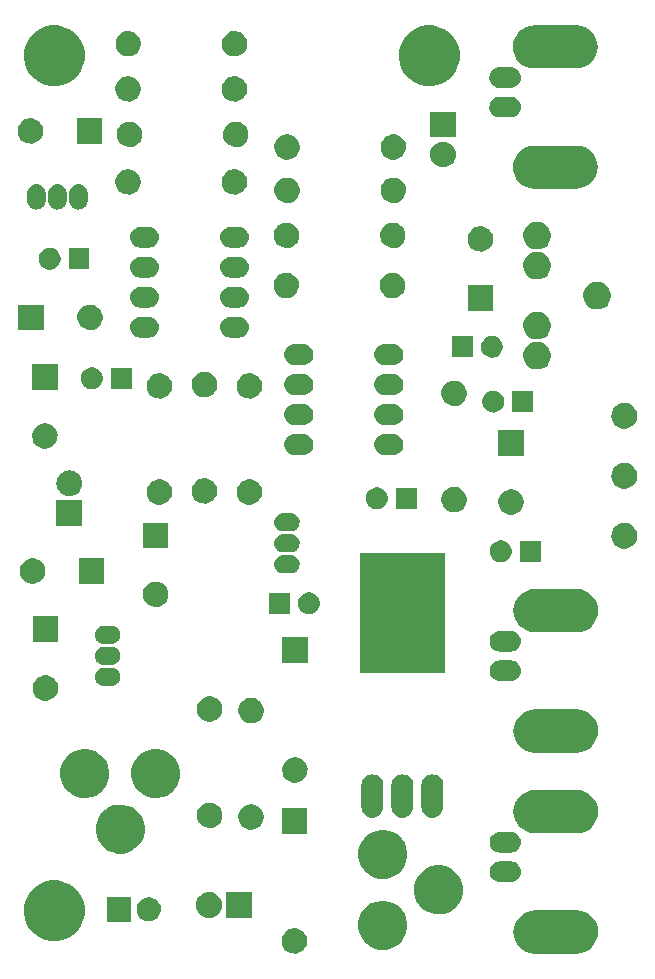
<source format=gts>
%TF.GenerationSoftware,KiCad,Pcbnew,4.0.5-e0-6337~49~ubuntu16.04.1*%
%TF.CreationDate,2017-03-14T11:59:08-07:00*%
%TF.ProjectId,e202var-vlf-radio-receiver,653230327661722D766C662D72616469,v1.4*%
%TF.FileFunction,Soldermask,Top*%
%FSLAX46Y46*%
G04 Gerber Fmt 4.6, Leading zero omitted, Abs format (unit mm)*
G04 Created by KiCad (PCBNEW 4.0.5-e0-6337~49~ubuntu16.04.1) date Tue Mar 14 11:59:08 2017*
%MOMM*%
%LPD*%
G01*
G04 APERTURE LIST*
%ADD10C,0.350000*%
G04 APERTURE END LIST*
D10*
G36*
X117945007Y-119844983D02*
X117945013Y-119844984D01*
X117947063Y-119844998D01*
X118301265Y-119884728D01*
X118641004Y-119992500D01*
X118953341Y-120164208D01*
X119226377Y-120393313D01*
X119449713Y-120671087D01*
X119614843Y-120986951D01*
X119715476Y-121328873D01*
X119715479Y-121328909D01*
X119715482Y-121328918D01*
X119747781Y-121683827D01*
X119710530Y-122038253D01*
X119710527Y-122038263D01*
X119710523Y-122038301D01*
X119605126Y-122378784D01*
X119435602Y-122692312D01*
X119208409Y-122966941D01*
X118932201Y-123192211D01*
X118617498Y-123359541D01*
X118276286Y-123462559D01*
X117921564Y-123497340D01*
X114386802Y-123497340D01*
X114363393Y-123497177D01*
X114363387Y-123497176D01*
X114361337Y-123497162D01*
X114007135Y-123457432D01*
X113667396Y-123349660D01*
X113355059Y-123177952D01*
X113082023Y-122948847D01*
X112858687Y-122671073D01*
X112693557Y-122355209D01*
X112592924Y-122013287D01*
X112592921Y-122013251D01*
X112592918Y-122013242D01*
X112560619Y-121658333D01*
X112597870Y-121303907D01*
X112597873Y-121303897D01*
X112597877Y-121303859D01*
X112703274Y-120963376D01*
X112872798Y-120649848D01*
X113099991Y-120375219D01*
X113376199Y-120149949D01*
X113690902Y-119982619D01*
X114032114Y-119879601D01*
X114386836Y-119844820D01*
X117921598Y-119844820D01*
X117945007Y-119844983D01*
X117945007Y-119844983D01*
G37*
G36*
X94143788Y-121337784D02*
X94350426Y-121380201D01*
X94544904Y-121461952D01*
X94719791Y-121579915D01*
X94868436Y-121729601D01*
X94985175Y-121905308D01*
X95065563Y-122100344D01*
X95106469Y-122306934D01*
X95106469Y-122306944D01*
X95106536Y-122307283D01*
X95103172Y-122548232D01*
X95103095Y-122548570D01*
X95103095Y-122548579D01*
X95056437Y-122753947D01*
X94970636Y-122946659D01*
X94849034Y-123119040D01*
X94696266Y-123264519D01*
X94518153Y-123377553D01*
X94321472Y-123453840D01*
X94113727Y-123490472D01*
X93902817Y-123486053D01*
X93696784Y-123440755D01*
X93503472Y-123356298D01*
X93330251Y-123235906D01*
X93183709Y-123084159D01*
X93069433Y-122906836D01*
X92991773Y-122710691D01*
X92953693Y-122503209D01*
X92956638Y-122292275D01*
X93000499Y-122085928D01*
X93083602Y-121892034D01*
X93202785Y-121717972D01*
X93353504Y-121570376D01*
X93530025Y-121454865D01*
X93725619Y-121375839D01*
X93932833Y-121336312D01*
X94143788Y-121337784D01*
X94143788Y-121337784D01*
G37*
G36*
X101741876Y-119019680D02*
X102140716Y-119101551D01*
X102516073Y-119259336D01*
X102853626Y-119487019D01*
X103140528Y-119775930D01*
X103365847Y-120115064D01*
X103521005Y-120491506D01*
X103600022Y-120890569D01*
X103600022Y-120890579D01*
X103600089Y-120890918D01*
X103593595Y-121355976D01*
X103593519Y-121356310D01*
X103593519Y-121356323D01*
X103503390Y-121753025D01*
X103337784Y-122124984D01*
X103103079Y-122457697D01*
X102808222Y-122738486D01*
X102464443Y-122956656D01*
X102084831Y-123103897D01*
X101683857Y-123174600D01*
X101276780Y-123166072D01*
X100879112Y-123078639D01*
X100506001Y-122915631D01*
X100171663Y-122683260D01*
X99888822Y-122390370D01*
X99668258Y-122048120D01*
X99518368Y-121669544D01*
X99444869Y-121269075D01*
X99450553Y-120861949D01*
X99535208Y-120463680D01*
X99695606Y-120089443D01*
X99925641Y-119753485D01*
X100216548Y-119468608D01*
X100557250Y-119245659D01*
X100934767Y-119093132D01*
X101334716Y-119016838D01*
X101741876Y-119019680D01*
X101741876Y-119019680D01*
G37*
G36*
X73981393Y-117298274D02*
X74476286Y-117399861D01*
X74942035Y-117595644D01*
X75360880Y-117878159D01*
X75716874Y-118236646D01*
X75996456Y-118657453D01*
X76188981Y-119124551D01*
X76287043Y-119619801D01*
X76287043Y-119619812D01*
X76287110Y-119620151D01*
X76279053Y-120197206D01*
X76278976Y-120197544D01*
X76278976Y-120197553D01*
X76167123Y-120689873D01*
X75961634Y-121151410D01*
X75670408Y-121564248D01*
X75304542Y-121912658D01*
X74877972Y-122183368D01*
X74406942Y-122366068D01*
X73909402Y-122453798D01*
X73404292Y-122443217D01*
X72910856Y-122334728D01*
X72447891Y-122132464D01*
X72033035Y-121844131D01*
X71682080Y-121480707D01*
X71408398Y-121056034D01*
X71222412Y-120586289D01*
X71131212Y-120089376D01*
X71138265Y-119584205D01*
X71243307Y-119090024D01*
X71442333Y-118625661D01*
X71727766Y-118208796D01*
X72088730Y-117855314D01*
X72511481Y-117578674D01*
X72979913Y-117389414D01*
X73476180Y-117294747D01*
X73981393Y-117298274D01*
X73981393Y-117298274D01*
G37*
G36*
X80198000Y-120821960D02*
X78145600Y-120821960D01*
X78145600Y-118669560D01*
X80198000Y-118669560D01*
X80198000Y-120821960D01*
X80198000Y-120821960D01*
G37*
G36*
X81819590Y-118720241D02*
X82016721Y-118760707D01*
X82202251Y-118838697D01*
X82369092Y-118951233D01*
X82510898Y-119094032D01*
X82622266Y-119261655D01*
X82698956Y-119447718D01*
X82737976Y-119644787D01*
X82737976Y-119644792D01*
X82738044Y-119645136D01*
X82734834Y-119874999D01*
X82734757Y-119875337D01*
X82734757Y-119875346D01*
X82690249Y-120071250D01*
X82608396Y-120255095D01*
X82492388Y-120419546D01*
X82346650Y-120558331D01*
X82176731Y-120666165D01*
X81989099Y-120738942D01*
X81790912Y-120773888D01*
X81589705Y-120769673D01*
X81393151Y-120726459D01*
X81208733Y-120645888D01*
X81043482Y-120531035D01*
X80903682Y-120386269D01*
X80794664Y-120217105D01*
X80720577Y-120029984D01*
X80684249Y-119832048D01*
X80687058Y-119630818D01*
X80728902Y-119433965D01*
X80808180Y-119248992D01*
X80921880Y-119082938D01*
X81065665Y-118942133D01*
X81234065Y-118831936D01*
X81420660Y-118756546D01*
X81618340Y-118718837D01*
X81819590Y-118720241D01*
X81819590Y-118720241D01*
G37*
G36*
X87018990Y-118289577D02*
X87018995Y-118289579D01*
X87019037Y-118289583D01*
X87222665Y-118352616D01*
X87410170Y-118454000D01*
X87574413Y-118589874D01*
X87709137Y-118755061D01*
X87809209Y-118943270D01*
X87870819Y-119147332D01*
X87891620Y-119359475D01*
X87891620Y-119370045D01*
X87891514Y-119385294D01*
X87867753Y-119597126D01*
X87803300Y-119800308D01*
X87700609Y-119987102D01*
X87563592Y-120150392D01*
X87397469Y-120283959D01*
X87208565Y-120382715D01*
X87004078Y-120442899D01*
X87004037Y-120442903D01*
X87004033Y-120442904D01*
X86791797Y-120462219D01*
X86579850Y-120439943D01*
X86579845Y-120439941D01*
X86579803Y-120439937D01*
X86376175Y-120376904D01*
X86188670Y-120275520D01*
X86024427Y-120139646D01*
X85889703Y-119974459D01*
X85789631Y-119786250D01*
X85728021Y-119582188D01*
X85707220Y-119370045D01*
X85707220Y-119359475D01*
X85707326Y-119344226D01*
X85731087Y-119132394D01*
X85795540Y-118929212D01*
X85898231Y-118742418D01*
X86035248Y-118579128D01*
X86201371Y-118445561D01*
X86390275Y-118346805D01*
X86594762Y-118286621D01*
X86594803Y-118286617D01*
X86594807Y-118286616D01*
X86807043Y-118267301D01*
X87018990Y-118289577D01*
X87018990Y-118289577D01*
G37*
G36*
X90431620Y-120456960D02*
X88247220Y-120456960D01*
X88247220Y-118272560D01*
X90431620Y-118272560D01*
X90431620Y-120456960D01*
X90431620Y-120456960D01*
G37*
G36*
X106440876Y-116019940D02*
X106839716Y-116101811D01*
X107215073Y-116259596D01*
X107552626Y-116487279D01*
X107839528Y-116776190D01*
X108064847Y-117115324D01*
X108220005Y-117491766D01*
X108299022Y-117890829D01*
X108299022Y-117890839D01*
X108299089Y-117891178D01*
X108292595Y-118356236D01*
X108292519Y-118356570D01*
X108292519Y-118356583D01*
X108202390Y-118753285D01*
X108036784Y-119125244D01*
X107802079Y-119457957D01*
X107507222Y-119738746D01*
X107163443Y-119956916D01*
X106783831Y-120104157D01*
X106382857Y-120174860D01*
X105975780Y-120166332D01*
X105578112Y-120078899D01*
X105205001Y-119915891D01*
X104870663Y-119683520D01*
X104587822Y-119390630D01*
X104367258Y-119048380D01*
X104217368Y-118669804D01*
X104143869Y-118269335D01*
X104149553Y-117862209D01*
X104234208Y-117463940D01*
X104394606Y-117089703D01*
X104624641Y-116753745D01*
X104915548Y-116468868D01*
X105256250Y-116245919D01*
X105633767Y-116093392D01*
X106033716Y-116017098D01*
X106440876Y-116019940D01*
X106440876Y-116019940D01*
G37*
G36*
X112350394Y-115694494D02*
X112357770Y-115694545D01*
X112527728Y-115713609D01*
X112690746Y-115765322D01*
X112840616Y-115847713D01*
X112971627Y-115957645D01*
X113078792Y-116090930D01*
X113158026Y-116242492D01*
X113206313Y-116406558D01*
X113206316Y-116406589D01*
X113206320Y-116406603D01*
X113221815Y-116576874D01*
X113203943Y-116746917D01*
X113203942Y-116746922D01*
X113203937Y-116746965D01*
X113153364Y-116910340D01*
X113072021Y-117060781D01*
X112963006Y-117192557D01*
X112830472Y-117300649D01*
X112679467Y-117380940D01*
X112515743Y-117430371D01*
X112345535Y-117447060D01*
X111433508Y-117447060D01*
X111428686Y-117447026D01*
X111421310Y-117446975D01*
X111251352Y-117427911D01*
X111088334Y-117376198D01*
X110938464Y-117293807D01*
X110807453Y-117183875D01*
X110700288Y-117050590D01*
X110621054Y-116899028D01*
X110572767Y-116734962D01*
X110572764Y-116734931D01*
X110572760Y-116734917D01*
X110557265Y-116564646D01*
X110575137Y-116394603D01*
X110575138Y-116394598D01*
X110575143Y-116394555D01*
X110625716Y-116231180D01*
X110707059Y-116080739D01*
X110816074Y-115948963D01*
X110948608Y-115840871D01*
X111099613Y-115760580D01*
X111263337Y-115711149D01*
X111433545Y-115694460D01*
X112345572Y-115694460D01*
X112350394Y-115694494D01*
X112350394Y-115694494D01*
G37*
G36*
X101741876Y-113020200D02*
X102140716Y-113102071D01*
X102516073Y-113259856D01*
X102853626Y-113487539D01*
X103140528Y-113776450D01*
X103365847Y-114115584D01*
X103521005Y-114492026D01*
X103600022Y-114891089D01*
X103600022Y-114891099D01*
X103600089Y-114891438D01*
X103593595Y-115356496D01*
X103593519Y-115356830D01*
X103593519Y-115356843D01*
X103503390Y-115753545D01*
X103337784Y-116125504D01*
X103103079Y-116458217D01*
X102808222Y-116739006D01*
X102464443Y-116957176D01*
X102084831Y-117104417D01*
X101683857Y-117175120D01*
X101276780Y-117166592D01*
X100879112Y-117079159D01*
X100506001Y-116916151D01*
X100171663Y-116683780D01*
X99888822Y-116390890D01*
X99668258Y-116048640D01*
X99518368Y-115670064D01*
X99444869Y-115269595D01*
X99450553Y-114862469D01*
X99535208Y-114464200D01*
X99695606Y-114089963D01*
X99925641Y-113754005D01*
X100216548Y-113469128D01*
X100557250Y-113246179D01*
X100934767Y-113093652D01*
X101334716Y-113017358D01*
X101741876Y-113020200D01*
X101741876Y-113020200D01*
G37*
G36*
X79501636Y-110876440D02*
X79900476Y-110958311D01*
X80275833Y-111116096D01*
X80613386Y-111343779D01*
X80900288Y-111632690D01*
X81125607Y-111971824D01*
X81280765Y-112348266D01*
X81359782Y-112747329D01*
X81359782Y-112747339D01*
X81359849Y-112747678D01*
X81353355Y-113212736D01*
X81353279Y-113213070D01*
X81353279Y-113213083D01*
X81263150Y-113609785D01*
X81097544Y-113981744D01*
X80862839Y-114314457D01*
X80567982Y-114595246D01*
X80224203Y-114813416D01*
X79844591Y-114960657D01*
X79443617Y-115031360D01*
X79036540Y-115022832D01*
X78638872Y-114935399D01*
X78265761Y-114772391D01*
X77931423Y-114540020D01*
X77648582Y-114247130D01*
X77428018Y-113904880D01*
X77278128Y-113526304D01*
X77204629Y-113125835D01*
X77210313Y-112718709D01*
X77294968Y-112320440D01*
X77455366Y-111946203D01*
X77685401Y-111610245D01*
X77976308Y-111325368D01*
X78317010Y-111102419D01*
X78694527Y-110949892D01*
X79094476Y-110873598D01*
X79501636Y-110876440D01*
X79501636Y-110876440D01*
G37*
G36*
X112350394Y-113195134D02*
X112357770Y-113195185D01*
X112527728Y-113214249D01*
X112690746Y-113265962D01*
X112840616Y-113348353D01*
X112971627Y-113458285D01*
X113078792Y-113591570D01*
X113158026Y-113743132D01*
X113206313Y-113907198D01*
X113206316Y-113907229D01*
X113206320Y-113907243D01*
X113221815Y-114077514D01*
X113203943Y-114247557D01*
X113203942Y-114247562D01*
X113203937Y-114247605D01*
X113153364Y-114410980D01*
X113072021Y-114561421D01*
X112963006Y-114693197D01*
X112830472Y-114801289D01*
X112679467Y-114881580D01*
X112515743Y-114931011D01*
X112345535Y-114947700D01*
X111433508Y-114947700D01*
X111428686Y-114947666D01*
X111421310Y-114947615D01*
X111251352Y-114928551D01*
X111088334Y-114876838D01*
X110938464Y-114794447D01*
X110807453Y-114684515D01*
X110700288Y-114551230D01*
X110621054Y-114399668D01*
X110572767Y-114235602D01*
X110572764Y-114235571D01*
X110572760Y-114235557D01*
X110557265Y-114065286D01*
X110575137Y-113895243D01*
X110575138Y-113895238D01*
X110575143Y-113895195D01*
X110625716Y-113731820D01*
X110707059Y-113581379D01*
X110816074Y-113449603D01*
X110948608Y-113341511D01*
X111099613Y-113261220D01*
X111263337Y-113211789D01*
X111433545Y-113195100D01*
X112345572Y-113195100D01*
X112350394Y-113195134D01*
X112350394Y-113195134D01*
G37*
G36*
X95106490Y-113328450D02*
X92955110Y-113328450D01*
X92955110Y-111177070D01*
X95106490Y-111177070D01*
X95106490Y-113328450D01*
X95106490Y-113328450D01*
G37*
G36*
X117945007Y-109646883D02*
X117945013Y-109646884D01*
X117947063Y-109646898D01*
X118301265Y-109686628D01*
X118641004Y-109794400D01*
X118953341Y-109966108D01*
X119226377Y-110195213D01*
X119449713Y-110472987D01*
X119614843Y-110788851D01*
X119715476Y-111130773D01*
X119715479Y-111130809D01*
X119715482Y-111130818D01*
X119747781Y-111485727D01*
X119710530Y-111840153D01*
X119710527Y-111840163D01*
X119710523Y-111840201D01*
X119605126Y-112180684D01*
X119435602Y-112494212D01*
X119208409Y-112768841D01*
X118932201Y-112994111D01*
X118617498Y-113161441D01*
X118276286Y-113264459D01*
X117921564Y-113299240D01*
X114386802Y-113299240D01*
X114363393Y-113299077D01*
X114363387Y-113299076D01*
X114361337Y-113299062D01*
X114007135Y-113259332D01*
X113667396Y-113151560D01*
X113355059Y-112979852D01*
X113082023Y-112750747D01*
X112858687Y-112472973D01*
X112693557Y-112157109D01*
X112592924Y-111815187D01*
X112592921Y-111815151D01*
X112592918Y-111815142D01*
X112560619Y-111460233D01*
X112597870Y-111105807D01*
X112597873Y-111105797D01*
X112597877Y-111105759D01*
X112703274Y-110765276D01*
X112872798Y-110451748D01*
X113099991Y-110177119D01*
X113376199Y-109951849D01*
X113690902Y-109784519D01*
X114032114Y-109681501D01*
X114386836Y-109646720D01*
X117921598Y-109646720D01*
X117945007Y-109646883D01*
X117945007Y-109646883D01*
G37*
G36*
X90460788Y-110843284D02*
X90667426Y-110885701D01*
X90861904Y-110967452D01*
X91036791Y-111085415D01*
X91185436Y-111235101D01*
X91302175Y-111410808D01*
X91382563Y-111605844D01*
X91423469Y-111812434D01*
X91423469Y-111812444D01*
X91423536Y-111812783D01*
X91420172Y-112053732D01*
X91420095Y-112054070D01*
X91420095Y-112054079D01*
X91373437Y-112259447D01*
X91287636Y-112452159D01*
X91166034Y-112624540D01*
X91013266Y-112770019D01*
X90835153Y-112883053D01*
X90638472Y-112959340D01*
X90430727Y-112995972D01*
X90219817Y-112991553D01*
X90013784Y-112946255D01*
X89820472Y-112861798D01*
X89647251Y-112741406D01*
X89500709Y-112589659D01*
X89386433Y-112412336D01*
X89308773Y-112216191D01*
X89270693Y-112008709D01*
X89273638Y-111797775D01*
X89317499Y-111591428D01*
X89400602Y-111397534D01*
X89519785Y-111223472D01*
X89670504Y-111075876D01*
X89847025Y-110960365D01*
X90042619Y-110881339D01*
X90249833Y-110841812D01*
X90460788Y-110843284D01*
X90460788Y-110843284D01*
G37*
G36*
X86968288Y-110716284D02*
X87174926Y-110758701D01*
X87369404Y-110840452D01*
X87544291Y-110958415D01*
X87692936Y-111108101D01*
X87809675Y-111283808D01*
X87890063Y-111478844D01*
X87930969Y-111685434D01*
X87930969Y-111685444D01*
X87931036Y-111685783D01*
X87927672Y-111926732D01*
X87927595Y-111927070D01*
X87927595Y-111927079D01*
X87880937Y-112132447D01*
X87795136Y-112325159D01*
X87673534Y-112497540D01*
X87520766Y-112643019D01*
X87342653Y-112756053D01*
X87145972Y-112832340D01*
X86938227Y-112868972D01*
X86727317Y-112864553D01*
X86521284Y-112819255D01*
X86327972Y-112734798D01*
X86154751Y-112614406D01*
X86008209Y-112462659D01*
X85893933Y-112285336D01*
X85816273Y-112089191D01*
X85778193Y-111881709D01*
X85781138Y-111670775D01*
X85824999Y-111464428D01*
X85908102Y-111270534D01*
X86027285Y-111096472D01*
X86178004Y-110948876D01*
X86354525Y-110833365D01*
X86550119Y-110754339D01*
X86757333Y-110714812D01*
X86968288Y-110716284D01*
X86968288Y-110716284D01*
G37*
G36*
X105900917Y-108341067D02*
X105900927Y-108341070D01*
X105900964Y-108341074D01*
X106073574Y-108394505D01*
X106232518Y-108480446D01*
X106371742Y-108595623D01*
X106485943Y-108735648D01*
X106570772Y-108895188D01*
X106622998Y-109068166D01*
X106640630Y-109247994D01*
X106640630Y-111066562D01*
X106640555Y-111077397D01*
X106640554Y-111077404D01*
X106640540Y-111079453D01*
X106620398Y-111259017D01*
X106565763Y-111431249D01*
X106478715Y-111589589D01*
X106362569Y-111728006D01*
X106221750Y-111841228D01*
X106061622Y-111924941D01*
X105888283Y-111975957D01*
X105888247Y-111975960D01*
X105888238Y-111975963D01*
X105708339Y-111992335D01*
X105528683Y-111973453D01*
X105528673Y-111973450D01*
X105528636Y-111973446D01*
X105356026Y-111920015D01*
X105197082Y-111834074D01*
X105057858Y-111718897D01*
X104943657Y-111578872D01*
X104858828Y-111419332D01*
X104806602Y-111246354D01*
X104788970Y-111066526D01*
X104788970Y-109247958D01*
X104789045Y-109237123D01*
X104789046Y-109237116D01*
X104789060Y-109235067D01*
X104809202Y-109055503D01*
X104863837Y-108883271D01*
X104950885Y-108724931D01*
X105067031Y-108586514D01*
X105207850Y-108473292D01*
X105367978Y-108389579D01*
X105541317Y-108338563D01*
X105541353Y-108338560D01*
X105541362Y-108338557D01*
X105721261Y-108322185D01*
X105900917Y-108341067D01*
X105900917Y-108341067D01*
G37*
G36*
X103360917Y-108341067D02*
X103360927Y-108341070D01*
X103360964Y-108341074D01*
X103533574Y-108394505D01*
X103692518Y-108480446D01*
X103831742Y-108595623D01*
X103945943Y-108735648D01*
X104030772Y-108895188D01*
X104082998Y-109068166D01*
X104100630Y-109247994D01*
X104100630Y-111066562D01*
X104100555Y-111077397D01*
X104100554Y-111077404D01*
X104100540Y-111079453D01*
X104080398Y-111259017D01*
X104025763Y-111431249D01*
X103938715Y-111589589D01*
X103822569Y-111728006D01*
X103681750Y-111841228D01*
X103521622Y-111924941D01*
X103348283Y-111975957D01*
X103348247Y-111975960D01*
X103348238Y-111975963D01*
X103168339Y-111992335D01*
X102988683Y-111973453D01*
X102988673Y-111973450D01*
X102988636Y-111973446D01*
X102816026Y-111920015D01*
X102657082Y-111834074D01*
X102517858Y-111718897D01*
X102403657Y-111578872D01*
X102318828Y-111419332D01*
X102266602Y-111246354D01*
X102248970Y-111066526D01*
X102248970Y-109247958D01*
X102249045Y-109237123D01*
X102249046Y-109237116D01*
X102249060Y-109235067D01*
X102269202Y-109055503D01*
X102323837Y-108883271D01*
X102410885Y-108724931D01*
X102527031Y-108586514D01*
X102667850Y-108473292D01*
X102827978Y-108389579D01*
X103001317Y-108338563D01*
X103001353Y-108338560D01*
X103001362Y-108338557D01*
X103181261Y-108322185D01*
X103360917Y-108341067D01*
X103360917Y-108341067D01*
G37*
G36*
X100820917Y-108341067D02*
X100820927Y-108341070D01*
X100820964Y-108341074D01*
X100993574Y-108394505D01*
X101152518Y-108480446D01*
X101291742Y-108595623D01*
X101405943Y-108735648D01*
X101490772Y-108895188D01*
X101542998Y-109068166D01*
X101560630Y-109247994D01*
X101560630Y-111066562D01*
X101560555Y-111077397D01*
X101560554Y-111077404D01*
X101560540Y-111079453D01*
X101540398Y-111259017D01*
X101485763Y-111431249D01*
X101398715Y-111589589D01*
X101282569Y-111728006D01*
X101141750Y-111841228D01*
X100981622Y-111924941D01*
X100808283Y-111975957D01*
X100808247Y-111975960D01*
X100808238Y-111975963D01*
X100628339Y-111992335D01*
X100448683Y-111973453D01*
X100448673Y-111973450D01*
X100448636Y-111973446D01*
X100276026Y-111920015D01*
X100117082Y-111834074D01*
X99977858Y-111718897D01*
X99863657Y-111578872D01*
X99778828Y-111419332D01*
X99726602Y-111246354D01*
X99708970Y-111066526D01*
X99708970Y-109247958D01*
X99709045Y-109237123D01*
X99709046Y-109237116D01*
X99709060Y-109235067D01*
X99729202Y-109055503D01*
X99783837Y-108883271D01*
X99870885Y-108724931D01*
X99987031Y-108586514D01*
X100127850Y-108473292D01*
X100287978Y-108389579D01*
X100461317Y-108338563D01*
X100461353Y-108338560D01*
X100461362Y-108338557D01*
X100641261Y-108322185D01*
X100820917Y-108341067D01*
X100820917Y-108341067D01*
G37*
G36*
X76501896Y-106177440D02*
X76900736Y-106259311D01*
X77276093Y-106417096D01*
X77613646Y-106644779D01*
X77900548Y-106933690D01*
X78125867Y-107272824D01*
X78281025Y-107649266D01*
X78360042Y-108048329D01*
X78360042Y-108048339D01*
X78360109Y-108048678D01*
X78353615Y-108513736D01*
X78353539Y-108514070D01*
X78353539Y-108514083D01*
X78263410Y-108910785D01*
X78097804Y-109282744D01*
X77863099Y-109615457D01*
X77568242Y-109896246D01*
X77224463Y-110114416D01*
X76844851Y-110261657D01*
X76443877Y-110332360D01*
X76036800Y-110323832D01*
X75639132Y-110236399D01*
X75266021Y-110073391D01*
X74931683Y-109841020D01*
X74648842Y-109548130D01*
X74428278Y-109205880D01*
X74278388Y-108827304D01*
X74204889Y-108426835D01*
X74210573Y-108019709D01*
X74295228Y-107621440D01*
X74455626Y-107247203D01*
X74685661Y-106911245D01*
X74976568Y-106626368D01*
X75317270Y-106403419D01*
X75694787Y-106250892D01*
X76094736Y-106174598D01*
X76501896Y-106177440D01*
X76501896Y-106177440D01*
G37*
G36*
X82501376Y-106177440D02*
X82900216Y-106259311D01*
X83275573Y-106417096D01*
X83613126Y-106644779D01*
X83900028Y-106933690D01*
X84125347Y-107272824D01*
X84280505Y-107649266D01*
X84359522Y-108048329D01*
X84359522Y-108048339D01*
X84359589Y-108048678D01*
X84353095Y-108513736D01*
X84353019Y-108514070D01*
X84353019Y-108514083D01*
X84262890Y-108910785D01*
X84097284Y-109282744D01*
X83862579Y-109615457D01*
X83567722Y-109896246D01*
X83223943Y-110114416D01*
X82844331Y-110261657D01*
X82443357Y-110332360D01*
X82036280Y-110323832D01*
X81638612Y-110236399D01*
X81265501Y-110073391D01*
X80931163Y-109841020D01*
X80648322Y-109548130D01*
X80427758Y-109205880D01*
X80277868Y-108827304D01*
X80204369Y-108426835D01*
X80210053Y-108019709D01*
X80294708Y-107621440D01*
X80455106Y-107247203D01*
X80685141Y-106911245D01*
X80976048Y-106626368D01*
X81316750Y-106403419D01*
X81694267Y-106250892D01*
X82094216Y-106174598D01*
X82501376Y-106177440D01*
X82501376Y-106177440D01*
G37*
G36*
X94179348Y-106872484D02*
X94385986Y-106914901D01*
X94580464Y-106996652D01*
X94755351Y-107114615D01*
X94903996Y-107264301D01*
X95020735Y-107440008D01*
X95101123Y-107635044D01*
X95142029Y-107841634D01*
X95142029Y-107841644D01*
X95142096Y-107841983D01*
X95138732Y-108082932D01*
X95138655Y-108083270D01*
X95138655Y-108083279D01*
X95091997Y-108288647D01*
X95006196Y-108481359D01*
X94884594Y-108653740D01*
X94731826Y-108799219D01*
X94553713Y-108912253D01*
X94357032Y-108988540D01*
X94149287Y-109025172D01*
X93938377Y-109020753D01*
X93732344Y-108975455D01*
X93539032Y-108890998D01*
X93365811Y-108770606D01*
X93219269Y-108618859D01*
X93104993Y-108441536D01*
X93027333Y-108245391D01*
X92989253Y-108037909D01*
X92992198Y-107826975D01*
X93036059Y-107620628D01*
X93119162Y-107426734D01*
X93238345Y-107252672D01*
X93389064Y-107105076D01*
X93565585Y-106989565D01*
X93761179Y-106910539D01*
X93968393Y-106871012D01*
X94179348Y-106872484D01*
X94179348Y-106872484D01*
G37*
G36*
X117945007Y-102826983D02*
X117945013Y-102826984D01*
X117947063Y-102826998D01*
X118301265Y-102866728D01*
X118641004Y-102974500D01*
X118953341Y-103146208D01*
X119226377Y-103375313D01*
X119449713Y-103653087D01*
X119614843Y-103968951D01*
X119715476Y-104310873D01*
X119715479Y-104310909D01*
X119715482Y-104310918D01*
X119747781Y-104665827D01*
X119710530Y-105020253D01*
X119710527Y-105020263D01*
X119710523Y-105020301D01*
X119605126Y-105360784D01*
X119435602Y-105674312D01*
X119208409Y-105948941D01*
X118932201Y-106174211D01*
X118617498Y-106341541D01*
X118276286Y-106444559D01*
X117921564Y-106479340D01*
X114386802Y-106479340D01*
X114363393Y-106479177D01*
X114363387Y-106479176D01*
X114361337Y-106479162D01*
X114007135Y-106439432D01*
X113667396Y-106331660D01*
X113355059Y-106159952D01*
X113082023Y-105930847D01*
X112858687Y-105653073D01*
X112693557Y-105337209D01*
X112592924Y-104995287D01*
X112592921Y-104995251D01*
X112592918Y-104995242D01*
X112560619Y-104640333D01*
X112597870Y-104285907D01*
X112597873Y-104285897D01*
X112597877Y-104285859D01*
X112703274Y-103945376D01*
X112872798Y-103631848D01*
X113099991Y-103357219D01*
X113376199Y-103131949D01*
X113690902Y-102964619D01*
X114032114Y-102861601D01*
X114386836Y-102826820D01*
X117921598Y-102826820D01*
X117945007Y-102826983D01*
X117945007Y-102826983D01*
G37*
G36*
X90460788Y-101843284D02*
X90667426Y-101885701D01*
X90861904Y-101967452D01*
X91036791Y-102085415D01*
X91185436Y-102235101D01*
X91302175Y-102410808D01*
X91382563Y-102605844D01*
X91423469Y-102812434D01*
X91423469Y-102812444D01*
X91423536Y-102812783D01*
X91420172Y-103053732D01*
X91420095Y-103054070D01*
X91420095Y-103054079D01*
X91373437Y-103259447D01*
X91287636Y-103452159D01*
X91166034Y-103624540D01*
X91013266Y-103770019D01*
X90835153Y-103883053D01*
X90638472Y-103959340D01*
X90430727Y-103995972D01*
X90219817Y-103991553D01*
X90013784Y-103946255D01*
X89820472Y-103861798D01*
X89647251Y-103741406D01*
X89500709Y-103589659D01*
X89386433Y-103412336D01*
X89308773Y-103216191D01*
X89270693Y-103008709D01*
X89273638Y-102797775D01*
X89317499Y-102591428D01*
X89400602Y-102397534D01*
X89519785Y-102223472D01*
X89670504Y-102075876D01*
X89847025Y-101960365D01*
X90042619Y-101881339D01*
X90249833Y-101841812D01*
X90460788Y-101843284D01*
X90460788Y-101843284D01*
G37*
G36*
X86968288Y-101716284D02*
X87174926Y-101758701D01*
X87369404Y-101840452D01*
X87544291Y-101958415D01*
X87692936Y-102108101D01*
X87809675Y-102283808D01*
X87890063Y-102478844D01*
X87930969Y-102685434D01*
X87930969Y-102685444D01*
X87931036Y-102685783D01*
X87927672Y-102926732D01*
X87927595Y-102927070D01*
X87927595Y-102927079D01*
X87880937Y-103132447D01*
X87795136Y-103325159D01*
X87673534Y-103497540D01*
X87520766Y-103643019D01*
X87342653Y-103756053D01*
X87145972Y-103832340D01*
X86938227Y-103868972D01*
X86727317Y-103864553D01*
X86521284Y-103819255D01*
X86327972Y-103734798D01*
X86154751Y-103614406D01*
X86008209Y-103462659D01*
X85893933Y-103285336D01*
X85816273Y-103089191D01*
X85778193Y-102881709D01*
X85781138Y-102670775D01*
X85824999Y-102464428D01*
X85908102Y-102270534D01*
X86027285Y-102096472D01*
X86178004Y-101948876D01*
X86354525Y-101833365D01*
X86550119Y-101754339D01*
X86757333Y-101714812D01*
X86968288Y-101716284D01*
X86968288Y-101716284D01*
G37*
G36*
X73061842Y-99937775D02*
X73268577Y-99980212D01*
X73463147Y-100062001D01*
X73638118Y-100180021D01*
X73786833Y-100329778D01*
X73903627Y-100505568D01*
X73984053Y-100700696D01*
X74024978Y-100907384D01*
X74024978Y-100907389D01*
X74025046Y-100907733D01*
X74021680Y-101148796D01*
X74021603Y-101149134D01*
X74021603Y-101149143D01*
X73974922Y-101354609D01*
X73889081Y-101547412D01*
X73767421Y-101719875D01*
X73614582Y-101865422D01*
X73436384Y-101978510D01*
X73239610Y-102054833D01*
X73031767Y-102091482D01*
X72820757Y-102087062D01*
X72614625Y-102041741D01*
X72421222Y-101957245D01*
X72247919Y-101836796D01*
X72101308Y-101684977D01*
X71986978Y-101507570D01*
X71909281Y-101311332D01*
X71871184Y-101103752D01*
X71874130Y-100892718D01*
X71918011Y-100686273D01*
X72001153Y-100492288D01*
X72120393Y-100318143D01*
X72271184Y-100170477D01*
X72447788Y-100054911D01*
X72643475Y-99975848D01*
X72850787Y-99936302D01*
X73061842Y-99937775D01*
X73061842Y-99937775D01*
G37*
G36*
X78533284Y-99284821D02*
X78533289Y-99284822D01*
X78535341Y-99284836D01*
X78685845Y-99301717D01*
X78830205Y-99347511D01*
X78962920Y-99420472D01*
X79078937Y-99517821D01*
X79173835Y-99635851D01*
X79244001Y-99770065D01*
X79286761Y-99915352D01*
X79286764Y-99915388D01*
X79286767Y-99915397D01*
X79300489Y-100066175D01*
X79284663Y-100216749D01*
X79284660Y-100216759D01*
X79284656Y-100216796D01*
X79239872Y-100361472D01*
X79167839Y-100494694D01*
X79071302Y-100611387D01*
X78953938Y-100707107D01*
X78820217Y-100778208D01*
X78675232Y-100821981D01*
X78524506Y-100836760D01*
X77914061Y-100836760D01*
X77905316Y-100836699D01*
X77905311Y-100836698D01*
X77903259Y-100836684D01*
X77752755Y-100819803D01*
X77608395Y-100774009D01*
X77475680Y-100701048D01*
X77359663Y-100603699D01*
X77264765Y-100485669D01*
X77194599Y-100351455D01*
X77151839Y-100206168D01*
X77151836Y-100206132D01*
X77151833Y-100206123D01*
X77138111Y-100055345D01*
X77153937Y-99904771D01*
X77153940Y-99904761D01*
X77153944Y-99904724D01*
X77198728Y-99760048D01*
X77270761Y-99626826D01*
X77367298Y-99510133D01*
X77484662Y-99414413D01*
X77618383Y-99343312D01*
X77763368Y-99299539D01*
X77914094Y-99284760D01*
X78524539Y-99284760D01*
X78533284Y-99284821D01*
X78533284Y-99284821D01*
G37*
G36*
X112350394Y-98676494D02*
X112357770Y-98676545D01*
X112527728Y-98695609D01*
X112690746Y-98747322D01*
X112840616Y-98829713D01*
X112971627Y-98939645D01*
X113078792Y-99072930D01*
X113158026Y-99224492D01*
X113206313Y-99388558D01*
X113206316Y-99388589D01*
X113206320Y-99388603D01*
X113221815Y-99558874D01*
X113203943Y-99728917D01*
X113203942Y-99728922D01*
X113203937Y-99728965D01*
X113153364Y-99892340D01*
X113072021Y-100042781D01*
X112963006Y-100174557D01*
X112830472Y-100282649D01*
X112679467Y-100362940D01*
X112515743Y-100412371D01*
X112345535Y-100429060D01*
X111433508Y-100429060D01*
X111428686Y-100429026D01*
X111421310Y-100428975D01*
X111251352Y-100409911D01*
X111088334Y-100358198D01*
X110938464Y-100275807D01*
X110807453Y-100165875D01*
X110700288Y-100032590D01*
X110621054Y-99881028D01*
X110572767Y-99716962D01*
X110572764Y-99716931D01*
X110572760Y-99716917D01*
X110557265Y-99546646D01*
X110575137Y-99376603D01*
X110575138Y-99376598D01*
X110575143Y-99376555D01*
X110625716Y-99213180D01*
X110707059Y-99062739D01*
X110816074Y-98930963D01*
X110948608Y-98822871D01*
X111099613Y-98742580D01*
X111263337Y-98693149D01*
X111433545Y-98676460D01*
X112345572Y-98676460D01*
X112350394Y-98676494D01*
X112350394Y-98676494D01*
G37*
G36*
X106751000Y-99739460D02*
X99598600Y-99739460D01*
X99598600Y-89587060D01*
X106751000Y-89587060D01*
X106751000Y-99739460D01*
X106751000Y-99739460D01*
G37*
G36*
X78533284Y-97506821D02*
X78533289Y-97506822D01*
X78535341Y-97506836D01*
X78685845Y-97523717D01*
X78830205Y-97569511D01*
X78962920Y-97642472D01*
X79078937Y-97739821D01*
X79173835Y-97857851D01*
X79244001Y-97992065D01*
X79286761Y-98137352D01*
X79286764Y-98137388D01*
X79286767Y-98137397D01*
X79300489Y-98288175D01*
X79284663Y-98438749D01*
X79284660Y-98438759D01*
X79284656Y-98438796D01*
X79239872Y-98583472D01*
X79167839Y-98716694D01*
X79071302Y-98833387D01*
X78953938Y-98929107D01*
X78820217Y-99000208D01*
X78675232Y-99043981D01*
X78524506Y-99058760D01*
X77914061Y-99058760D01*
X77905316Y-99058699D01*
X77905311Y-99058698D01*
X77903259Y-99058684D01*
X77752755Y-99041803D01*
X77608395Y-98996009D01*
X77475680Y-98923048D01*
X77359663Y-98825699D01*
X77264765Y-98707669D01*
X77194599Y-98573455D01*
X77151839Y-98428168D01*
X77151836Y-98428132D01*
X77151833Y-98428123D01*
X77138111Y-98277345D01*
X77153937Y-98126771D01*
X77153940Y-98126761D01*
X77153944Y-98126724D01*
X77198728Y-97982048D01*
X77270761Y-97848826D01*
X77367298Y-97732133D01*
X77484662Y-97636413D01*
X77618383Y-97565312D01*
X77763368Y-97521539D01*
X77914094Y-97506760D01*
X78524539Y-97506760D01*
X78533284Y-97506821D01*
X78533284Y-97506821D01*
G37*
G36*
X95142050Y-98863150D02*
X92990670Y-98863150D01*
X92990670Y-96711770D01*
X95142050Y-96711770D01*
X95142050Y-98863150D01*
X95142050Y-98863150D01*
G37*
G36*
X112350394Y-96177134D02*
X112357770Y-96177185D01*
X112527728Y-96196249D01*
X112690746Y-96247962D01*
X112840616Y-96330353D01*
X112971627Y-96440285D01*
X113078792Y-96573570D01*
X113158026Y-96725132D01*
X113206313Y-96889198D01*
X113206316Y-96889229D01*
X113206320Y-96889243D01*
X113221815Y-97059514D01*
X113203943Y-97229557D01*
X113203942Y-97229562D01*
X113203937Y-97229605D01*
X113153364Y-97392980D01*
X113072021Y-97543421D01*
X112963006Y-97675197D01*
X112830472Y-97783289D01*
X112679467Y-97863580D01*
X112515743Y-97913011D01*
X112345535Y-97929700D01*
X111433508Y-97929700D01*
X111428686Y-97929666D01*
X111421310Y-97929615D01*
X111251352Y-97910551D01*
X111088334Y-97858838D01*
X110938464Y-97776447D01*
X110807453Y-97666515D01*
X110700288Y-97533230D01*
X110621054Y-97381668D01*
X110572767Y-97217602D01*
X110572764Y-97217571D01*
X110572760Y-97217557D01*
X110557265Y-97047286D01*
X110575137Y-96877243D01*
X110575138Y-96877238D01*
X110575143Y-96877195D01*
X110625716Y-96713820D01*
X110707059Y-96563379D01*
X110816074Y-96431603D01*
X110948608Y-96323511D01*
X111099613Y-96243220D01*
X111263337Y-96193789D01*
X111433545Y-96177100D01*
X112345572Y-96177100D01*
X112350394Y-96177134D01*
X112350394Y-96177134D01*
G37*
G36*
X78533284Y-95728821D02*
X78533289Y-95728822D01*
X78535341Y-95728836D01*
X78685845Y-95745717D01*
X78830205Y-95791511D01*
X78962920Y-95864472D01*
X79078937Y-95961821D01*
X79173835Y-96079851D01*
X79244001Y-96214065D01*
X79286761Y-96359352D01*
X79286764Y-96359388D01*
X79286767Y-96359397D01*
X79300489Y-96510175D01*
X79284663Y-96660749D01*
X79284660Y-96660759D01*
X79284656Y-96660796D01*
X79239872Y-96805472D01*
X79167839Y-96938694D01*
X79071302Y-97055387D01*
X78953938Y-97151107D01*
X78820217Y-97222208D01*
X78675232Y-97265981D01*
X78524506Y-97280760D01*
X77914061Y-97280760D01*
X77905316Y-97280699D01*
X77905311Y-97280698D01*
X77903259Y-97280684D01*
X77752755Y-97263803D01*
X77608395Y-97218009D01*
X77475680Y-97145048D01*
X77359663Y-97047699D01*
X77264765Y-96929669D01*
X77194599Y-96795455D01*
X77151839Y-96650168D01*
X77151836Y-96650132D01*
X77151833Y-96650123D01*
X77138111Y-96499345D01*
X77153937Y-96348771D01*
X77153940Y-96348761D01*
X77153944Y-96348724D01*
X77198728Y-96204048D01*
X77270761Y-96070826D01*
X77367298Y-95954133D01*
X77484662Y-95858413D01*
X77618383Y-95787312D01*
X77763368Y-95743539D01*
X77914094Y-95728760D01*
X78524539Y-95728760D01*
X78533284Y-95728821D01*
X78533284Y-95728821D01*
G37*
G36*
X74025000Y-97089460D02*
X71872600Y-97089460D01*
X71872600Y-94937060D01*
X74025000Y-94937060D01*
X74025000Y-97089460D01*
X74025000Y-97089460D01*
G37*
G36*
X117945007Y-92628883D02*
X117945013Y-92628884D01*
X117947063Y-92628898D01*
X118301265Y-92668628D01*
X118641004Y-92776400D01*
X118953341Y-92948108D01*
X119226377Y-93177213D01*
X119449713Y-93454987D01*
X119614843Y-93770851D01*
X119715476Y-94112773D01*
X119715479Y-94112809D01*
X119715482Y-94112818D01*
X119747781Y-94467727D01*
X119710530Y-94822153D01*
X119710527Y-94822163D01*
X119710523Y-94822201D01*
X119605126Y-95162684D01*
X119435602Y-95476212D01*
X119208409Y-95750841D01*
X118932201Y-95976111D01*
X118617498Y-96143441D01*
X118276286Y-96246459D01*
X117921564Y-96281240D01*
X114386802Y-96281240D01*
X114363393Y-96281077D01*
X114363387Y-96281076D01*
X114361337Y-96281062D01*
X114007135Y-96241332D01*
X113667396Y-96133560D01*
X113355059Y-95961852D01*
X113082023Y-95732747D01*
X112858687Y-95454973D01*
X112693557Y-95139109D01*
X112592924Y-94797187D01*
X112592921Y-94797151D01*
X112592918Y-94797142D01*
X112560619Y-94442233D01*
X112597870Y-94087807D01*
X112597873Y-94087797D01*
X112597877Y-94087759D01*
X112703274Y-93747276D01*
X112872798Y-93433748D01*
X113099991Y-93159119D01*
X113376199Y-92933849D01*
X113690902Y-92766519D01*
X114032114Y-92663501D01*
X114386836Y-92628720D01*
X117921598Y-92628720D01*
X117945007Y-92628883D01*
X117945007Y-92628883D01*
G37*
G36*
X95358086Y-92912175D02*
X95536007Y-92948697D01*
X95703458Y-93019087D01*
X95854041Y-93120657D01*
X95982029Y-93249541D01*
X96082543Y-93400829D01*
X96151762Y-93568765D01*
X96186972Y-93746587D01*
X96186972Y-93746602D01*
X96187039Y-93746941D01*
X96184142Y-93954405D01*
X96184066Y-93954739D01*
X96184066Y-93954752D01*
X96143902Y-94131532D01*
X96070026Y-94297462D01*
X95965323Y-94445887D01*
X95833785Y-94571148D01*
X95680423Y-94668476D01*
X95511079Y-94734160D01*
X95332203Y-94765701D01*
X95150604Y-94761896D01*
X94973202Y-94722892D01*
X94806755Y-94650173D01*
X94657607Y-94546513D01*
X94531431Y-94415854D01*
X94433036Y-94263173D01*
X94366168Y-94094287D01*
X94333381Y-93915640D01*
X94335916Y-93734019D01*
X94373682Y-93556348D01*
X94445235Y-93389400D01*
X94547855Y-93239528D01*
X94677629Y-93112444D01*
X94829619Y-93012985D01*
X94998031Y-92944942D01*
X95176448Y-92910907D01*
X95358086Y-92912175D01*
X95358086Y-92912175D01*
G37*
G36*
X93637000Y-94713960D02*
X91884600Y-94713960D01*
X91884600Y-92961560D01*
X93637000Y-92961560D01*
X93637000Y-94713960D01*
X93637000Y-94713960D01*
G37*
G36*
X82396342Y-92000275D02*
X82603077Y-92042712D01*
X82797647Y-92124501D01*
X82972618Y-92242521D01*
X83121333Y-92392278D01*
X83238127Y-92568068D01*
X83318553Y-92763196D01*
X83359478Y-92969884D01*
X83359478Y-92969889D01*
X83359546Y-92970233D01*
X83356180Y-93211296D01*
X83356103Y-93211634D01*
X83356103Y-93211643D01*
X83309422Y-93417109D01*
X83223581Y-93609912D01*
X83101921Y-93782375D01*
X82949082Y-93927922D01*
X82770884Y-94041010D01*
X82574110Y-94117333D01*
X82366267Y-94153982D01*
X82155257Y-94149562D01*
X81949125Y-94104241D01*
X81755722Y-94019745D01*
X81582419Y-93899296D01*
X81435808Y-93747477D01*
X81321478Y-93570070D01*
X81243781Y-93373832D01*
X81205684Y-93166252D01*
X81208630Y-92955218D01*
X81252511Y-92748773D01*
X81335653Y-92554788D01*
X81454893Y-92380643D01*
X81605684Y-92232977D01*
X81782288Y-92117411D01*
X81977975Y-92038348D01*
X82185287Y-91998802D01*
X82396342Y-92000275D01*
X82396342Y-92000275D01*
G37*
G36*
X71982342Y-90031775D02*
X72189077Y-90074212D01*
X72383647Y-90156001D01*
X72558618Y-90274021D01*
X72707333Y-90423778D01*
X72824127Y-90599568D01*
X72904553Y-90794696D01*
X72945478Y-91001384D01*
X72945478Y-91001389D01*
X72945546Y-91001733D01*
X72942180Y-91242796D01*
X72942103Y-91243134D01*
X72942103Y-91243143D01*
X72895422Y-91448609D01*
X72809581Y-91641412D01*
X72687921Y-91813875D01*
X72535082Y-91959422D01*
X72356884Y-92072510D01*
X72160110Y-92148833D01*
X71952267Y-92185482D01*
X71741257Y-92181062D01*
X71535125Y-92135741D01*
X71341722Y-92051245D01*
X71168419Y-91930796D01*
X71021808Y-91778977D01*
X70907478Y-91601570D01*
X70829781Y-91405332D01*
X70791684Y-91197752D01*
X70794630Y-90986718D01*
X70838511Y-90780273D01*
X70921653Y-90586288D01*
X71040893Y-90412143D01*
X71191684Y-90264477D01*
X71368288Y-90148911D01*
X71563975Y-90069848D01*
X71771287Y-90030302D01*
X71982342Y-90031775D01*
X71982342Y-90031775D01*
G37*
G36*
X77945500Y-92183460D02*
X75793100Y-92183460D01*
X75793100Y-90031060D01*
X77945500Y-90031060D01*
X77945500Y-92183460D01*
X77945500Y-92183460D01*
G37*
G36*
X93709784Y-89759821D02*
X93709789Y-89759822D01*
X93711841Y-89759836D01*
X93862345Y-89776717D01*
X94006705Y-89822511D01*
X94139420Y-89895472D01*
X94255437Y-89992821D01*
X94350335Y-90110851D01*
X94420501Y-90245065D01*
X94463261Y-90390352D01*
X94463264Y-90390388D01*
X94463267Y-90390397D01*
X94476989Y-90541175D01*
X94461163Y-90691749D01*
X94461160Y-90691759D01*
X94461156Y-90691796D01*
X94416372Y-90836472D01*
X94344339Y-90969694D01*
X94247802Y-91086387D01*
X94130438Y-91182107D01*
X93996717Y-91253208D01*
X93851732Y-91296981D01*
X93701006Y-91311760D01*
X93090561Y-91311760D01*
X93081816Y-91311699D01*
X93081811Y-91311698D01*
X93079759Y-91311684D01*
X92929255Y-91294803D01*
X92784895Y-91249009D01*
X92652180Y-91176048D01*
X92536163Y-91078699D01*
X92441265Y-90960669D01*
X92371099Y-90826455D01*
X92328339Y-90681168D01*
X92328336Y-90681132D01*
X92328333Y-90681123D01*
X92314611Y-90530345D01*
X92330437Y-90379771D01*
X92330440Y-90379761D01*
X92330444Y-90379724D01*
X92375228Y-90235048D01*
X92447261Y-90101826D01*
X92543798Y-89985133D01*
X92661162Y-89889413D01*
X92794883Y-89818312D01*
X92939868Y-89774539D01*
X93090594Y-89759760D01*
X93701039Y-89759760D01*
X93709784Y-89759821D01*
X93709784Y-89759821D01*
G37*
G36*
X111590586Y-88505275D02*
X111768507Y-88541797D01*
X111935958Y-88612187D01*
X112086541Y-88713757D01*
X112214529Y-88842641D01*
X112315043Y-88993929D01*
X112384262Y-89161865D01*
X112419472Y-89339687D01*
X112419472Y-89339702D01*
X112419539Y-89340041D01*
X112416642Y-89547505D01*
X112416566Y-89547839D01*
X112416566Y-89547852D01*
X112376402Y-89724632D01*
X112302526Y-89890562D01*
X112197823Y-90038987D01*
X112066285Y-90164248D01*
X111912923Y-90261576D01*
X111743579Y-90327260D01*
X111564703Y-90358801D01*
X111383104Y-90354996D01*
X111205702Y-90315992D01*
X111039255Y-90243273D01*
X110890107Y-90139613D01*
X110763931Y-90008954D01*
X110665536Y-89856273D01*
X110598668Y-89687387D01*
X110565881Y-89508740D01*
X110568416Y-89327119D01*
X110606182Y-89149448D01*
X110677735Y-88982500D01*
X110780355Y-88832628D01*
X110910129Y-88705544D01*
X111062119Y-88606085D01*
X111230531Y-88538042D01*
X111408948Y-88504007D01*
X111590586Y-88505275D01*
X111590586Y-88505275D01*
G37*
G36*
X114869500Y-90307060D02*
X113117100Y-90307060D01*
X113117100Y-88554660D01*
X114869500Y-88554660D01*
X114869500Y-90307060D01*
X114869500Y-90307060D01*
G37*
G36*
X93709784Y-87981821D02*
X93709789Y-87981822D01*
X93711841Y-87981836D01*
X93862345Y-87998717D01*
X94006705Y-88044511D01*
X94139420Y-88117472D01*
X94255437Y-88214821D01*
X94350335Y-88332851D01*
X94420501Y-88467065D01*
X94463261Y-88612352D01*
X94463264Y-88612388D01*
X94463267Y-88612397D01*
X94476989Y-88763175D01*
X94461163Y-88913749D01*
X94461160Y-88913759D01*
X94461156Y-88913796D01*
X94416372Y-89058472D01*
X94344339Y-89191694D01*
X94247802Y-89308387D01*
X94130438Y-89404107D01*
X93996717Y-89475208D01*
X93851732Y-89518981D01*
X93701006Y-89533760D01*
X93090561Y-89533760D01*
X93081816Y-89533699D01*
X93081811Y-89533698D01*
X93079759Y-89533684D01*
X92929255Y-89516803D01*
X92784895Y-89471009D01*
X92652180Y-89398048D01*
X92536163Y-89300699D01*
X92441265Y-89182669D01*
X92371099Y-89048455D01*
X92328339Y-88903168D01*
X92328336Y-88903132D01*
X92328333Y-88903123D01*
X92314611Y-88752345D01*
X92330437Y-88601771D01*
X92330440Y-88601761D01*
X92330444Y-88601724D01*
X92375228Y-88457048D01*
X92447261Y-88323826D01*
X92543798Y-88207133D01*
X92661162Y-88111413D01*
X92794883Y-88040312D01*
X92939868Y-87996539D01*
X93090594Y-87981760D01*
X93701039Y-87981760D01*
X93709784Y-87981821D01*
X93709784Y-87981821D01*
G37*
G36*
X122085522Y-87031286D02*
X122295332Y-87074354D01*
X122492794Y-87157359D01*
X122670366Y-87277133D01*
X122821292Y-87429116D01*
X122939822Y-87607520D01*
X123021446Y-87805553D01*
X123062979Y-88015310D01*
X123062979Y-88015320D01*
X123063047Y-88015664D01*
X123059631Y-88260311D01*
X123059553Y-88260654D01*
X123059553Y-88260659D01*
X123012178Y-88469182D01*
X122925060Y-88664853D01*
X122801592Y-88839880D01*
X122646480Y-88987591D01*
X122465630Y-89102362D01*
X122265935Y-89179818D01*
X122055000Y-89217012D01*
X121840853Y-89212526D01*
X121631657Y-89166531D01*
X121435379Y-89080779D01*
X121259502Y-88958542D01*
X121110707Y-88804460D01*
X120994679Y-88624419D01*
X120915827Y-88425264D01*
X120877163Y-88214598D01*
X120880153Y-88000426D01*
X120924687Y-87790912D01*
X121009064Y-87594042D01*
X121130077Y-87417309D01*
X121283110Y-87267448D01*
X121462340Y-87150164D01*
X121660935Y-87069925D01*
X121871330Y-87029791D01*
X122085522Y-87031286D01*
X122085522Y-87031286D01*
G37*
G36*
X83359500Y-89151960D02*
X81207100Y-89151960D01*
X81207100Y-86999560D01*
X83359500Y-86999560D01*
X83359500Y-89151960D01*
X83359500Y-89151960D01*
G37*
G36*
X93709784Y-86203821D02*
X93709789Y-86203822D01*
X93711841Y-86203836D01*
X93862345Y-86220717D01*
X94006705Y-86266511D01*
X94139420Y-86339472D01*
X94255437Y-86436821D01*
X94350335Y-86554851D01*
X94420501Y-86689065D01*
X94463261Y-86834352D01*
X94463264Y-86834388D01*
X94463267Y-86834397D01*
X94476989Y-86985175D01*
X94461163Y-87135749D01*
X94461160Y-87135759D01*
X94461156Y-87135796D01*
X94416372Y-87280472D01*
X94344339Y-87413694D01*
X94247802Y-87530387D01*
X94130438Y-87626107D01*
X93996717Y-87697208D01*
X93851732Y-87740981D01*
X93701006Y-87755760D01*
X93090561Y-87755760D01*
X93081816Y-87755699D01*
X93081811Y-87755698D01*
X93079759Y-87755684D01*
X92929255Y-87738803D01*
X92784895Y-87693009D01*
X92652180Y-87620048D01*
X92536163Y-87522699D01*
X92441265Y-87404669D01*
X92371099Y-87270455D01*
X92328339Y-87125168D01*
X92328336Y-87125132D01*
X92328333Y-87125123D01*
X92314611Y-86974345D01*
X92330437Y-86823771D01*
X92330440Y-86823761D01*
X92330444Y-86823724D01*
X92375228Y-86679048D01*
X92447261Y-86545826D01*
X92543798Y-86429133D01*
X92661162Y-86333413D01*
X92794883Y-86262312D01*
X92939868Y-86218539D01*
X93090594Y-86203760D01*
X93701039Y-86203760D01*
X93709784Y-86203821D01*
X93709784Y-86203821D01*
G37*
G36*
X76073000Y-87309960D02*
X73888600Y-87309960D01*
X73888600Y-85125560D01*
X76073000Y-85125560D01*
X76073000Y-87309960D01*
X76073000Y-87309960D01*
G37*
G36*
X112495342Y-84173275D02*
X112702077Y-84215712D01*
X112896647Y-84297501D01*
X113071618Y-84415521D01*
X113220333Y-84565278D01*
X113337127Y-84741068D01*
X113417553Y-84936196D01*
X113458478Y-85142884D01*
X113458478Y-85142889D01*
X113458546Y-85143233D01*
X113455180Y-85384296D01*
X113455103Y-85384634D01*
X113455103Y-85384643D01*
X113408422Y-85590109D01*
X113322581Y-85782912D01*
X113200921Y-85955375D01*
X113048082Y-86100922D01*
X112869884Y-86214010D01*
X112673110Y-86290333D01*
X112465267Y-86326982D01*
X112254257Y-86322562D01*
X112048125Y-86277241D01*
X111854722Y-86192745D01*
X111681419Y-86072296D01*
X111534808Y-85920477D01*
X111420478Y-85743070D01*
X111342781Y-85546832D01*
X111304684Y-85339252D01*
X111307630Y-85128218D01*
X111351511Y-84921773D01*
X111434653Y-84727788D01*
X111553893Y-84553643D01*
X111704684Y-84405977D01*
X111881288Y-84290411D01*
X112076975Y-84211348D01*
X112284287Y-84171802D01*
X112495342Y-84173275D01*
X112495342Y-84173275D01*
G37*
G36*
X107669288Y-83982784D02*
X107875926Y-84025201D01*
X108070404Y-84106952D01*
X108245291Y-84224915D01*
X108393936Y-84374601D01*
X108510675Y-84550308D01*
X108591063Y-84745344D01*
X108631969Y-84951934D01*
X108631969Y-84951944D01*
X108632036Y-84952283D01*
X108628672Y-85193232D01*
X108628595Y-85193570D01*
X108628595Y-85193579D01*
X108581937Y-85398947D01*
X108496136Y-85591659D01*
X108374534Y-85764040D01*
X108221766Y-85909519D01*
X108043653Y-86022553D01*
X107846972Y-86098840D01*
X107639227Y-86135472D01*
X107428317Y-86131053D01*
X107222284Y-86085755D01*
X107028972Y-86001298D01*
X106855751Y-85880906D01*
X106709209Y-85729159D01*
X106594933Y-85551836D01*
X106517273Y-85355691D01*
X106479193Y-85148209D01*
X106482138Y-84937275D01*
X106525999Y-84730928D01*
X106609102Y-84537034D01*
X106728285Y-84362972D01*
X106879004Y-84215376D01*
X107055525Y-84099865D01*
X107251119Y-84020839D01*
X107458333Y-83981312D01*
X107669288Y-83982784D01*
X107669288Y-83982784D01*
G37*
G36*
X101113086Y-84022175D02*
X101291007Y-84058697D01*
X101458458Y-84129087D01*
X101609041Y-84230657D01*
X101737029Y-84359541D01*
X101837543Y-84510829D01*
X101906762Y-84678765D01*
X101941972Y-84856587D01*
X101941972Y-84856602D01*
X101942039Y-84856941D01*
X101939142Y-85064405D01*
X101939066Y-85064739D01*
X101939066Y-85064752D01*
X101898902Y-85241532D01*
X101825026Y-85407462D01*
X101720323Y-85555887D01*
X101588785Y-85681148D01*
X101435423Y-85778476D01*
X101266079Y-85844160D01*
X101087203Y-85875701D01*
X100905604Y-85871896D01*
X100728202Y-85832892D01*
X100561755Y-85760173D01*
X100412607Y-85656513D01*
X100286431Y-85525854D01*
X100188036Y-85373173D01*
X100121168Y-85204287D01*
X100088381Y-85025640D01*
X100090916Y-84844019D01*
X100128682Y-84666348D01*
X100200235Y-84499400D01*
X100302855Y-84349528D01*
X100432629Y-84222444D01*
X100584619Y-84122985D01*
X100753031Y-84054942D01*
X100931448Y-84020907D01*
X101113086Y-84022175D01*
X101113086Y-84022175D01*
G37*
G36*
X104392000Y-85823960D02*
X102639600Y-85823960D01*
X102639600Y-84071560D01*
X104392000Y-84071560D01*
X104392000Y-85823960D01*
X104392000Y-85823960D01*
G37*
G36*
X90333788Y-83347784D02*
X90540426Y-83390201D01*
X90734904Y-83471952D01*
X90909791Y-83589915D01*
X91058436Y-83739601D01*
X91175175Y-83915308D01*
X91255563Y-84110344D01*
X91296469Y-84316934D01*
X91296469Y-84316944D01*
X91296536Y-84317283D01*
X91293172Y-84558232D01*
X91293095Y-84558570D01*
X91293095Y-84558579D01*
X91246437Y-84763947D01*
X91160636Y-84956659D01*
X91039034Y-85129040D01*
X90886266Y-85274519D01*
X90708153Y-85387553D01*
X90511472Y-85463840D01*
X90303727Y-85500472D01*
X90092817Y-85496053D01*
X89886784Y-85450755D01*
X89693472Y-85366298D01*
X89520251Y-85245906D01*
X89373709Y-85094159D01*
X89259433Y-84916836D01*
X89181773Y-84720691D01*
X89143693Y-84513209D01*
X89146638Y-84302275D01*
X89190499Y-84095928D01*
X89273602Y-83902034D01*
X89392785Y-83727972D01*
X89543504Y-83580376D01*
X89720025Y-83464865D01*
X89915619Y-83385839D01*
X90122833Y-83346312D01*
X90333788Y-83347784D01*
X90333788Y-83347784D01*
G37*
G36*
X82713788Y-83347784D02*
X82920426Y-83390201D01*
X83114904Y-83471952D01*
X83289791Y-83589915D01*
X83438436Y-83739601D01*
X83555175Y-83915308D01*
X83635563Y-84110344D01*
X83676469Y-84316934D01*
X83676469Y-84316944D01*
X83676536Y-84317283D01*
X83673172Y-84558232D01*
X83673095Y-84558570D01*
X83673095Y-84558579D01*
X83626437Y-84763947D01*
X83540636Y-84956659D01*
X83419034Y-85129040D01*
X83266266Y-85274519D01*
X83088153Y-85387553D01*
X82891472Y-85463840D01*
X82683727Y-85500472D01*
X82472817Y-85496053D01*
X82266784Y-85450755D01*
X82073472Y-85366298D01*
X81900251Y-85245906D01*
X81753709Y-85094159D01*
X81639433Y-84916836D01*
X81561773Y-84720691D01*
X81523693Y-84513209D01*
X81526638Y-84302275D01*
X81570499Y-84095928D01*
X81653602Y-83902034D01*
X81772785Y-83727972D01*
X81923504Y-83580376D01*
X82100025Y-83464865D01*
X82295619Y-83385839D01*
X82502833Y-83346312D01*
X82713788Y-83347784D01*
X82713788Y-83347784D01*
G37*
G36*
X86523788Y-83237784D02*
X86730426Y-83280201D01*
X86924904Y-83361952D01*
X87099791Y-83479915D01*
X87248436Y-83629601D01*
X87365175Y-83805308D01*
X87445563Y-84000344D01*
X87486469Y-84206934D01*
X87486469Y-84206944D01*
X87486536Y-84207283D01*
X87483172Y-84448232D01*
X87483095Y-84448570D01*
X87483095Y-84448579D01*
X87436437Y-84653947D01*
X87350636Y-84846659D01*
X87229034Y-85019040D01*
X87076266Y-85164519D01*
X86898153Y-85277553D01*
X86701472Y-85353840D01*
X86493727Y-85390472D01*
X86282817Y-85386053D01*
X86076784Y-85340755D01*
X85883472Y-85256298D01*
X85710251Y-85135906D01*
X85563709Y-84984159D01*
X85449433Y-84806836D01*
X85371773Y-84610691D01*
X85333693Y-84403209D01*
X85336638Y-84192275D01*
X85380499Y-83985928D01*
X85463602Y-83792034D01*
X85582785Y-83617972D01*
X85733504Y-83470376D01*
X85910025Y-83354865D01*
X86105619Y-83275839D01*
X86312833Y-83236312D01*
X86523788Y-83237784D01*
X86523788Y-83237784D01*
G37*
G36*
X74992195Y-82585602D02*
X75001334Y-82585666D01*
X75213166Y-82609427D01*
X75416348Y-82673880D01*
X75603142Y-82776571D01*
X75766432Y-82913588D01*
X75899999Y-83079711D01*
X75998755Y-83268615D01*
X76058939Y-83473102D01*
X76058943Y-83473143D01*
X76058944Y-83473147D01*
X76078259Y-83685383D01*
X76055983Y-83897330D01*
X76055981Y-83897335D01*
X76055977Y-83897377D01*
X75992944Y-84101005D01*
X75891560Y-84288510D01*
X75755686Y-84452753D01*
X75590499Y-84587477D01*
X75402290Y-84687549D01*
X75198228Y-84749159D01*
X74986085Y-84769960D01*
X74975479Y-84769960D01*
X74969405Y-84769918D01*
X74960266Y-84769854D01*
X74748434Y-84746093D01*
X74545252Y-84681640D01*
X74358458Y-84578949D01*
X74195168Y-84441932D01*
X74061601Y-84275809D01*
X73962845Y-84086905D01*
X73902661Y-83882418D01*
X73902657Y-83882377D01*
X73902656Y-83882373D01*
X73883341Y-83670137D01*
X73905617Y-83458190D01*
X73905619Y-83458185D01*
X73905623Y-83458143D01*
X73968656Y-83254515D01*
X74070040Y-83067010D01*
X74205914Y-82902767D01*
X74371101Y-82768043D01*
X74559310Y-82667971D01*
X74763372Y-82606361D01*
X74975515Y-82585560D01*
X74986121Y-82585560D01*
X74992195Y-82585602D01*
X74992195Y-82585602D01*
G37*
G36*
X122085522Y-81951286D02*
X122295332Y-81994354D01*
X122492794Y-82077359D01*
X122670366Y-82197133D01*
X122821292Y-82349116D01*
X122939822Y-82527520D01*
X123021446Y-82725553D01*
X123062979Y-82935310D01*
X123062979Y-82935320D01*
X123063047Y-82935664D01*
X123059631Y-83180311D01*
X123059553Y-83180654D01*
X123059553Y-83180659D01*
X123012178Y-83389182D01*
X122925060Y-83584853D01*
X122801592Y-83759880D01*
X122646480Y-83907591D01*
X122465630Y-84022362D01*
X122265935Y-84099818D01*
X122055000Y-84137012D01*
X121840853Y-84132526D01*
X121631657Y-84086531D01*
X121435379Y-84000779D01*
X121259502Y-83878542D01*
X121110707Y-83724460D01*
X120994679Y-83544419D01*
X120915827Y-83345264D01*
X120877163Y-83134598D01*
X120880153Y-82920426D01*
X120924687Y-82710912D01*
X121009064Y-82514042D01*
X121130077Y-82337309D01*
X121283110Y-82187448D01*
X121462340Y-82070164D01*
X121660935Y-81989925D01*
X121871330Y-81949791D01*
X122085522Y-81951286D01*
X122085522Y-81951286D01*
G37*
G36*
X113458500Y-81324960D02*
X111306100Y-81324960D01*
X111306100Y-79172560D01*
X113458500Y-79172560D01*
X113458500Y-81324960D01*
X113458500Y-81324960D01*
G37*
G36*
X102382421Y-79517374D02*
X102389807Y-79517425D01*
X102559745Y-79536487D01*
X102722745Y-79588194D01*
X102872597Y-79670576D01*
X103003594Y-79780495D01*
X103110746Y-79913765D01*
X103189971Y-80065310D01*
X103238253Y-80229356D01*
X103238256Y-80229393D01*
X103238259Y-80229402D01*
X103253753Y-80399655D01*
X103235883Y-80569677D01*
X103235881Y-80569682D01*
X103235877Y-80569724D01*
X103185309Y-80733081D01*
X103103976Y-80883505D01*
X102994973Y-81015266D01*
X102862455Y-81123346D01*
X102711467Y-81203627D01*
X102547761Y-81253053D01*
X102377573Y-81269740D01*
X101665670Y-81269740D01*
X101660859Y-81269706D01*
X101653473Y-81269655D01*
X101483535Y-81250593D01*
X101320535Y-81198886D01*
X101170683Y-81116504D01*
X101039686Y-81006585D01*
X100932534Y-80873315D01*
X100853309Y-80721770D01*
X100805027Y-80557724D01*
X100805024Y-80557687D01*
X100805021Y-80557678D01*
X100789527Y-80387425D01*
X100807397Y-80217403D01*
X100807399Y-80217398D01*
X100807403Y-80217356D01*
X100857971Y-80053999D01*
X100939304Y-79903575D01*
X101048307Y-79771814D01*
X101180825Y-79663734D01*
X101331813Y-79583453D01*
X101495519Y-79534027D01*
X101665707Y-79517340D01*
X102377610Y-79517340D01*
X102382421Y-79517374D01*
X102382421Y-79517374D01*
G37*
G36*
X94762421Y-79517374D02*
X94769807Y-79517425D01*
X94939745Y-79536487D01*
X95102745Y-79588194D01*
X95252597Y-79670576D01*
X95383594Y-79780495D01*
X95490746Y-79913765D01*
X95569971Y-80065310D01*
X95618253Y-80229356D01*
X95618256Y-80229393D01*
X95618259Y-80229402D01*
X95633753Y-80399655D01*
X95615883Y-80569677D01*
X95615881Y-80569682D01*
X95615877Y-80569724D01*
X95565309Y-80733081D01*
X95483976Y-80883505D01*
X95374973Y-81015266D01*
X95242455Y-81123346D01*
X95091467Y-81203627D01*
X94927761Y-81253053D01*
X94757573Y-81269740D01*
X94045670Y-81269740D01*
X94040859Y-81269706D01*
X94033473Y-81269655D01*
X93863535Y-81250593D01*
X93700535Y-81198886D01*
X93550683Y-81116504D01*
X93419686Y-81006585D01*
X93312534Y-80873315D01*
X93233309Y-80721770D01*
X93185027Y-80557724D01*
X93185024Y-80557687D01*
X93185021Y-80557678D01*
X93169527Y-80387425D01*
X93187397Y-80217403D01*
X93187399Y-80217398D01*
X93187403Y-80217356D01*
X93237971Y-80053999D01*
X93319304Y-79903575D01*
X93428307Y-79771814D01*
X93560825Y-79663734D01*
X93711813Y-79583453D01*
X93875519Y-79534027D01*
X94045707Y-79517340D01*
X94757610Y-79517340D01*
X94762421Y-79517374D01*
X94762421Y-79517374D01*
G37*
G36*
X73011042Y-78586535D02*
X73217777Y-78628972D01*
X73412347Y-78710761D01*
X73587318Y-78828781D01*
X73736033Y-78978538D01*
X73852827Y-79154328D01*
X73933253Y-79349456D01*
X73974178Y-79556144D01*
X73974178Y-79556149D01*
X73974246Y-79556493D01*
X73970880Y-79797556D01*
X73970803Y-79797894D01*
X73970803Y-79797903D01*
X73924122Y-80003369D01*
X73838281Y-80196172D01*
X73716621Y-80368635D01*
X73563782Y-80514182D01*
X73385584Y-80627270D01*
X73188810Y-80703593D01*
X72980967Y-80740242D01*
X72769957Y-80735822D01*
X72563825Y-80690501D01*
X72370422Y-80606005D01*
X72197119Y-80485556D01*
X72050508Y-80333737D01*
X71936178Y-80156330D01*
X71858481Y-79960092D01*
X71820384Y-79752512D01*
X71823330Y-79541478D01*
X71867211Y-79335033D01*
X71950353Y-79141048D01*
X72069593Y-78966903D01*
X72220384Y-78819237D01*
X72396988Y-78703671D01*
X72592675Y-78624608D01*
X72799987Y-78585062D01*
X73011042Y-78586535D01*
X73011042Y-78586535D01*
G37*
G36*
X122085522Y-76871286D02*
X122295332Y-76914354D01*
X122492794Y-76997359D01*
X122670366Y-77117133D01*
X122821292Y-77269116D01*
X122939822Y-77447520D01*
X123021446Y-77645553D01*
X123062979Y-77855310D01*
X123062979Y-77855320D01*
X123063047Y-77855664D01*
X123059631Y-78100311D01*
X123059553Y-78100654D01*
X123059553Y-78100659D01*
X123012178Y-78309182D01*
X122925060Y-78504853D01*
X122801592Y-78679880D01*
X122646480Y-78827591D01*
X122465630Y-78942362D01*
X122265935Y-79019818D01*
X122055000Y-79057012D01*
X121840853Y-79052526D01*
X121631657Y-79006531D01*
X121435379Y-78920779D01*
X121259502Y-78798542D01*
X121110707Y-78644460D01*
X120994679Y-78464419D01*
X120915827Y-78265264D01*
X120877163Y-78054598D01*
X120880153Y-77840426D01*
X120924687Y-77630912D01*
X121009064Y-77434042D01*
X121130077Y-77257309D01*
X121283110Y-77107448D01*
X121462340Y-76990164D01*
X121660935Y-76909925D01*
X121871330Y-76869791D01*
X122085522Y-76871286D01*
X122085522Y-76871286D01*
G37*
G36*
X102382421Y-76977374D02*
X102389807Y-76977425D01*
X102559745Y-76996487D01*
X102722745Y-77048194D01*
X102872597Y-77130576D01*
X103003594Y-77240495D01*
X103110746Y-77373765D01*
X103189971Y-77525310D01*
X103238253Y-77689356D01*
X103238256Y-77689393D01*
X103238259Y-77689402D01*
X103253753Y-77859655D01*
X103235883Y-78029677D01*
X103235881Y-78029682D01*
X103235877Y-78029724D01*
X103185309Y-78193081D01*
X103103976Y-78343505D01*
X102994973Y-78475266D01*
X102862455Y-78583346D01*
X102711467Y-78663627D01*
X102547761Y-78713053D01*
X102377573Y-78729740D01*
X101665670Y-78729740D01*
X101660859Y-78729706D01*
X101653473Y-78729655D01*
X101483535Y-78710593D01*
X101320535Y-78658886D01*
X101170683Y-78576504D01*
X101039686Y-78466585D01*
X100932534Y-78333315D01*
X100853309Y-78181770D01*
X100805027Y-78017724D01*
X100805024Y-78017687D01*
X100805021Y-78017678D01*
X100789527Y-77847425D01*
X100807397Y-77677403D01*
X100807399Y-77677398D01*
X100807403Y-77677356D01*
X100857971Y-77513999D01*
X100939304Y-77363575D01*
X101048307Y-77231814D01*
X101180825Y-77123734D01*
X101331813Y-77043453D01*
X101495519Y-76994027D01*
X101665707Y-76977340D01*
X102377610Y-76977340D01*
X102382421Y-76977374D01*
X102382421Y-76977374D01*
G37*
G36*
X94762421Y-76977374D02*
X94769807Y-76977425D01*
X94939745Y-76996487D01*
X95102745Y-77048194D01*
X95252597Y-77130576D01*
X95383594Y-77240495D01*
X95490746Y-77373765D01*
X95569971Y-77525310D01*
X95618253Y-77689356D01*
X95618256Y-77689393D01*
X95618259Y-77689402D01*
X95633753Y-77859655D01*
X95615883Y-78029677D01*
X95615881Y-78029682D01*
X95615877Y-78029724D01*
X95565309Y-78193081D01*
X95483976Y-78343505D01*
X95374973Y-78475266D01*
X95242455Y-78583346D01*
X95091467Y-78663627D01*
X94927761Y-78713053D01*
X94757573Y-78729740D01*
X94045670Y-78729740D01*
X94040859Y-78729706D01*
X94033473Y-78729655D01*
X93863535Y-78710593D01*
X93700535Y-78658886D01*
X93550683Y-78576504D01*
X93419686Y-78466585D01*
X93312534Y-78333315D01*
X93233309Y-78181770D01*
X93185027Y-78017724D01*
X93185024Y-78017687D01*
X93185021Y-78017678D01*
X93169527Y-77847425D01*
X93187397Y-77677403D01*
X93187399Y-77677398D01*
X93187403Y-77677356D01*
X93237971Y-77513999D01*
X93319304Y-77363575D01*
X93428307Y-77231814D01*
X93560825Y-77123734D01*
X93711813Y-77043453D01*
X93875519Y-76994027D01*
X94045707Y-76977340D01*
X94757610Y-76977340D01*
X94762421Y-76977374D01*
X94762421Y-76977374D01*
G37*
G36*
X110955586Y-75830675D02*
X111133507Y-75867197D01*
X111300958Y-75937587D01*
X111451541Y-76039157D01*
X111579529Y-76168041D01*
X111680043Y-76319329D01*
X111749262Y-76487265D01*
X111784472Y-76665087D01*
X111784472Y-76665102D01*
X111784539Y-76665441D01*
X111781642Y-76872905D01*
X111781566Y-76873239D01*
X111781566Y-76873252D01*
X111741402Y-77050032D01*
X111667526Y-77215962D01*
X111562823Y-77364387D01*
X111431285Y-77489648D01*
X111277923Y-77586976D01*
X111108579Y-77652660D01*
X110929703Y-77684201D01*
X110748104Y-77680396D01*
X110570702Y-77641392D01*
X110404255Y-77568673D01*
X110255107Y-77465013D01*
X110128931Y-77334354D01*
X110030536Y-77181673D01*
X109963668Y-77012787D01*
X109930881Y-76834140D01*
X109933416Y-76652519D01*
X109971182Y-76474848D01*
X110042735Y-76307900D01*
X110145355Y-76158028D01*
X110275129Y-76030944D01*
X110427119Y-75931485D01*
X110595531Y-75863442D01*
X110773948Y-75829407D01*
X110955586Y-75830675D01*
X110955586Y-75830675D01*
G37*
G36*
X114234500Y-77632460D02*
X112482100Y-77632460D01*
X112482100Y-75880060D01*
X114234500Y-75880060D01*
X114234500Y-77632460D01*
X114234500Y-77632460D01*
G37*
G36*
X107669288Y-74982784D02*
X107875926Y-75025201D01*
X108070404Y-75106952D01*
X108245291Y-75224915D01*
X108393936Y-75374601D01*
X108510675Y-75550308D01*
X108591063Y-75745344D01*
X108631969Y-75951934D01*
X108631969Y-75951944D01*
X108632036Y-75952283D01*
X108628672Y-76193232D01*
X108628595Y-76193570D01*
X108628595Y-76193579D01*
X108581937Y-76398947D01*
X108496136Y-76591659D01*
X108374534Y-76764040D01*
X108221766Y-76909519D01*
X108043653Y-77022553D01*
X107846972Y-77098840D01*
X107639227Y-77135472D01*
X107428317Y-77131053D01*
X107222284Y-77085755D01*
X107028972Y-77001298D01*
X106855751Y-76880906D01*
X106709209Y-76729159D01*
X106594933Y-76551836D01*
X106517273Y-76355691D01*
X106479193Y-76148209D01*
X106482138Y-75937275D01*
X106525999Y-75730928D01*
X106609102Y-75537034D01*
X106728285Y-75362972D01*
X106879004Y-75215376D01*
X107055525Y-75099865D01*
X107251119Y-75020839D01*
X107458333Y-74981312D01*
X107669288Y-74982784D01*
X107669288Y-74982784D01*
G37*
G36*
X90333788Y-74347784D02*
X90540426Y-74390201D01*
X90734904Y-74471952D01*
X90909791Y-74589915D01*
X91058436Y-74739601D01*
X91175175Y-74915308D01*
X91255563Y-75110344D01*
X91296469Y-75316934D01*
X91296469Y-75316944D01*
X91296536Y-75317283D01*
X91293172Y-75558232D01*
X91293095Y-75558570D01*
X91293095Y-75558579D01*
X91246437Y-75763947D01*
X91160636Y-75956659D01*
X91039034Y-76129040D01*
X90886266Y-76274519D01*
X90708153Y-76387553D01*
X90511472Y-76463840D01*
X90303727Y-76500472D01*
X90092817Y-76496053D01*
X89886784Y-76450755D01*
X89693472Y-76366298D01*
X89520251Y-76245906D01*
X89373709Y-76094159D01*
X89259433Y-75916836D01*
X89181773Y-75720691D01*
X89143693Y-75513209D01*
X89146638Y-75302275D01*
X89190499Y-75095928D01*
X89273602Y-74902034D01*
X89392785Y-74727972D01*
X89543504Y-74580376D01*
X89720025Y-74464865D01*
X89915619Y-74385839D01*
X90122833Y-74346312D01*
X90333788Y-74347784D01*
X90333788Y-74347784D01*
G37*
G36*
X82713788Y-74347784D02*
X82920426Y-74390201D01*
X83114904Y-74471952D01*
X83289791Y-74589915D01*
X83438436Y-74739601D01*
X83555175Y-74915308D01*
X83635563Y-75110344D01*
X83676469Y-75316934D01*
X83676469Y-75316944D01*
X83676536Y-75317283D01*
X83673172Y-75558232D01*
X83673095Y-75558570D01*
X83673095Y-75558579D01*
X83626437Y-75763947D01*
X83540636Y-75956659D01*
X83419034Y-76129040D01*
X83266266Y-76274519D01*
X83088153Y-76387553D01*
X82891472Y-76463840D01*
X82683727Y-76500472D01*
X82472817Y-76496053D01*
X82266784Y-76450755D01*
X82073472Y-76366298D01*
X81900251Y-76245906D01*
X81753709Y-76094159D01*
X81639433Y-75916836D01*
X81561773Y-75720691D01*
X81523693Y-75513209D01*
X81526638Y-75302275D01*
X81570499Y-75095928D01*
X81653602Y-74902034D01*
X81772785Y-74727972D01*
X81923504Y-74580376D01*
X82100025Y-74464865D01*
X82295619Y-74385839D01*
X82502833Y-74346312D01*
X82713788Y-74347784D01*
X82713788Y-74347784D01*
G37*
G36*
X86523788Y-74237784D02*
X86730426Y-74280201D01*
X86924904Y-74361952D01*
X87099791Y-74479915D01*
X87248436Y-74629601D01*
X87365175Y-74805308D01*
X87445563Y-75000344D01*
X87486469Y-75206934D01*
X87486469Y-75206944D01*
X87486536Y-75207283D01*
X87483172Y-75448232D01*
X87483095Y-75448570D01*
X87483095Y-75448579D01*
X87436437Y-75653947D01*
X87350636Y-75846659D01*
X87229034Y-76019040D01*
X87076266Y-76164519D01*
X86898153Y-76277553D01*
X86701472Y-76353840D01*
X86493727Y-76390472D01*
X86282817Y-76386053D01*
X86076784Y-76340755D01*
X85883472Y-76256298D01*
X85710251Y-76135906D01*
X85563709Y-75984159D01*
X85449433Y-75806836D01*
X85371773Y-75610691D01*
X85333693Y-75403209D01*
X85336638Y-75192275D01*
X85380499Y-74985928D01*
X85463602Y-74792034D01*
X85582785Y-74617972D01*
X85733504Y-74470376D01*
X85910025Y-74354865D01*
X86105619Y-74275839D01*
X86312833Y-74236312D01*
X86523788Y-74237784D01*
X86523788Y-74237784D01*
G37*
G36*
X94762421Y-74437374D02*
X94769807Y-74437425D01*
X94939745Y-74456487D01*
X95102745Y-74508194D01*
X95252597Y-74590576D01*
X95383594Y-74700495D01*
X95490746Y-74833765D01*
X95569971Y-74985310D01*
X95618253Y-75149356D01*
X95618256Y-75149393D01*
X95618259Y-75149402D01*
X95633753Y-75319655D01*
X95615883Y-75489677D01*
X95615881Y-75489682D01*
X95615877Y-75489724D01*
X95565309Y-75653081D01*
X95483976Y-75803505D01*
X95374973Y-75935266D01*
X95242455Y-76043346D01*
X95091467Y-76123627D01*
X94927761Y-76173053D01*
X94757573Y-76189740D01*
X94045670Y-76189740D01*
X94040859Y-76189706D01*
X94033473Y-76189655D01*
X93863535Y-76170593D01*
X93700535Y-76118886D01*
X93550683Y-76036504D01*
X93419686Y-75926585D01*
X93312534Y-75793315D01*
X93233309Y-75641770D01*
X93185027Y-75477724D01*
X93185024Y-75477687D01*
X93185021Y-75477678D01*
X93169527Y-75307425D01*
X93187397Y-75137403D01*
X93187399Y-75137398D01*
X93187403Y-75137356D01*
X93237971Y-74973999D01*
X93319304Y-74823575D01*
X93428307Y-74691814D01*
X93560825Y-74583734D01*
X93711813Y-74503453D01*
X93875519Y-74454027D01*
X94045707Y-74437340D01*
X94757610Y-74437340D01*
X94762421Y-74437374D01*
X94762421Y-74437374D01*
G37*
G36*
X102382421Y-74437374D02*
X102389807Y-74437425D01*
X102559745Y-74456487D01*
X102722745Y-74508194D01*
X102872597Y-74590576D01*
X103003594Y-74700495D01*
X103110746Y-74833765D01*
X103189971Y-74985310D01*
X103238253Y-75149356D01*
X103238256Y-75149393D01*
X103238259Y-75149402D01*
X103253753Y-75319655D01*
X103235883Y-75489677D01*
X103235881Y-75489682D01*
X103235877Y-75489724D01*
X103185309Y-75653081D01*
X103103976Y-75803505D01*
X102994973Y-75935266D01*
X102862455Y-76043346D01*
X102711467Y-76123627D01*
X102547761Y-76173053D01*
X102377573Y-76189740D01*
X101665670Y-76189740D01*
X101660859Y-76189706D01*
X101653473Y-76189655D01*
X101483535Y-76170593D01*
X101320535Y-76118886D01*
X101170683Y-76036504D01*
X101039686Y-75926585D01*
X100932534Y-75793315D01*
X100853309Y-75641770D01*
X100805027Y-75477724D01*
X100805024Y-75477687D01*
X100805021Y-75477678D01*
X100789527Y-75307425D01*
X100807397Y-75137403D01*
X100807399Y-75137398D01*
X100807403Y-75137356D01*
X100857971Y-74973999D01*
X100939304Y-74823575D01*
X101048307Y-74691814D01*
X101180825Y-74583734D01*
X101331813Y-74503453D01*
X101495519Y-74454027D01*
X101665707Y-74437340D01*
X102377610Y-74437340D01*
X102382421Y-74437374D01*
X102382421Y-74437374D01*
G37*
G36*
X73974200Y-75738220D02*
X71821800Y-75738220D01*
X71821800Y-73585820D01*
X73974200Y-73585820D01*
X73974200Y-75738220D01*
X73974200Y-75738220D01*
G37*
G36*
X76983086Y-73862175D02*
X77161007Y-73898697D01*
X77328458Y-73969087D01*
X77479041Y-74070657D01*
X77607029Y-74199541D01*
X77707543Y-74350829D01*
X77776762Y-74518765D01*
X77811972Y-74696587D01*
X77811972Y-74696602D01*
X77812039Y-74696941D01*
X77809142Y-74904405D01*
X77809066Y-74904739D01*
X77809066Y-74904752D01*
X77768902Y-75081532D01*
X77695026Y-75247462D01*
X77590323Y-75395887D01*
X77458785Y-75521148D01*
X77305423Y-75618476D01*
X77136079Y-75684160D01*
X76957203Y-75715701D01*
X76775604Y-75711896D01*
X76598202Y-75672892D01*
X76431755Y-75600173D01*
X76282607Y-75496513D01*
X76156431Y-75365854D01*
X76058036Y-75213173D01*
X75991168Y-75044287D01*
X75958381Y-74865640D01*
X75960916Y-74684019D01*
X75998682Y-74506348D01*
X76070235Y-74339400D01*
X76172855Y-74189528D01*
X76302629Y-74062444D01*
X76454619Y-73962985D01*
X76623031Y-73894942D01*
X76801448Y-73860907D01*
X76983086Y-73862175D01*
X76983086Y-73862175D01*
G37*
G36*
X80262000Y-75663960D02*
X78509600Y-75663960D01*
X78509600Y-73911560D01*
X80262000Y-73911560D01*
X80262000Y-75663960D01*
X80262000Y-75663960D01*
G37*
G36*
X114694506Y-71697356D02*
X114918954Y-71743429D01*
X115130191Y-71832225D01*
X115320152Y-71960356D01*
X115481609Y-72122943D01*
X115608408Y-72313793D01*
X115695725Y-72525638D01*
X115740162Y-72750063D01*
X115740162Y-72750069D01*
X115740230Y-72750413D01*
X115736575Y-73012128D01*
X115736499Y-73012462D01*
X115736499Y-73012475D01*
X115685812Y-73235572D01*
X115592616Y-73444894D01*
X115460534Y-73632131D01*
X115294600Y-73790148D01*
X115101134Y-73912926D01*
X114887506Y-73995786D01*
X114661854Y-74035575D01*
X114432767Y-74030776D01*
X114208976Y-73981572D01*
X113999004Y-73889838D01*
X113810853Y-73759070D01*
X113651682Y-73594244D01*
X113527557Y-73401638D01*
X113443204Y-73188589D01*
X113401843Y-72963225D01*
X113405041Y-72734111D01*
X113452682Y-72509980D01*
X113542947Y-72299375D01*
X113672402Y-72110312D01*
X113836111Y-71949995D01*
X114027845Y-71824528D01*
X114240297Y-71738691D01*
X114465370Y-71695757D01*
X114694506Y-71697356D01*
X114694506Y-71697356D01*
G37*
G36*
X94762421Y-71897374D02*
X94769807Y-71897425D01*
X94939745Y-71916487D01*
X95102745Y-71968194D01*
X95252597Y-72050576D01*
X95383594Y-72160495D01*
X95490746Y-72293765D01*
X95569971Y-72445310D01*
X95618253Y-72609356D01*
X95618256Y-72609393D01*
X95618259Y-72609402D01*
X95633753Y-72779655D01*
X95615884Y-72949674D01*
X95615881Y-72949683D01*
X95615877Y-72949724D01*
X95565309Y-73113081D01*
X95483976Y-73263505D01*
X95374973Y-73395266D01*
X95242455Y-73503346D01*
X95091467Y-73583627D01*
X94927761Y-73633053D01*
X94757573Y-73649740D01*
X94045670Y-73649740D01*
X94040859Y-73649706D01*
X94033473Y-73649655D01*
X93863535Y-73630593D01*
X93700535Y-73578886D01*
X93550683Y-73496504D01*
X93419686Y-73386585D01*
X93312534Y-73253315D01*
X93233309Y-73101770D01*
X93185027Y-72937724D01*
X93185024Y-72937687D01*
X93185021Y-72937678D01*
X93169527Y-72767425D01*
X93187397Y-72597403D01*
X93187399Y-72597398D01*
X93187403Y-72597356D01*
X93237971Y-72433999D01*
X93319304Y-72283575D01*
X93428307Y-72151814D01*
X93560825Y-72043734D01*
X93711813Y-71963453D01*
X93875519Y-71914027D01*
X94045707Y-71897340D01*
X94757610Y-71897340D01*
X94762421Y-71897374D01*
X94762421Y-71897374D01*
G37*
G36*
X102382421Y-71897374D02*
X102389807Y-71897425D01*
X102559745Y-71916487D01*
X102722745Y-71968194D01*
X102872597Y-72050576D01*
X103003594Y-72160495D01*
X103110746Y-72293765D01*
X103189971Y-72445310D01*
X103238253Y-72609356D01*
X103238256Y-72609393D01*
X103238259Y-72609402D01*
X103253753Y-72779655D01*
X103235884Y-72949674D01*
X103235881Y-72949683D01*
X103235877Y-72949724D01*
X103185309Y-73113081D01*
X103103976Y-73263505D01*
X102994973Y-73395266D01*
X102862455Y-73503346D01*
X102711467Y-73583627D01*
X102547761Y-73633053D01*
X102377573Y-73649740D01*
X101665670Y-73649740D01*
X101660859Y-73649706D01*
X101653473Y-73649655D01*
X101483535Y-73630593D01*
X101320535Y-73578886D01*
X101170683Y-73496504D01*
X101039686Y-73386585D01*
X100932534Y-73253315D01*
X100853309Y-73101770D01*
X100805027Y-72937724D01*
X100805024Y-72937687D01*
X100805021Y-72937678D01*
X100789527Y-72767425D01*
X100807397Y-72597403D01*
X100807399Y-72597398D01*
X100807403Y-72597356D01*
X100857971Y-72433999D01*
X100939304Y-72283575D01*
X101048307Y-72151814D01*
X101180825Y-72043734D01*
X101331813Y-71963453D01*
X101495519Y-71914027D01*
X101665707Y-71897340D01*
X102377610Y-71897340D01*
X102382421Y-71897374D01*
X102382421Y-71897374D01*
G37*
G36*
X110852086Y-71195175D02*
X111030007Y-71231697D01*
X111197458Y-71302087D01*
X111348041Y-71403657D01*
X111476029Y-71532541D01*
X111576543Y-71683829D01*
X111645762Y-71851765D01*
X111680972Y-72029587D01*
X111680972Y-72029602D01*
X111681039Y-72029941D01*
X111678142Y-72237405D01*
X111678066Y-72237739D01*
X111678066Y-72237752D01*
X111637902Y-72414532D01*
X111564026Y-72580462D01*
X111459323Y-72728887D01*
X111327785Y-72854148D01*
X111174423Y-72951476D01*
X111005079Y-73017160D01*
X110826203Y-73048701D01*
X110644604Y-73044896D01*
X110467202Y-73005892D01*
X110300755Y-72933173D01*
X110151607Y-72829513D01*
X110025431Y-72698854D01*
X109927036Y-72546173D01*
X109860168Y-72377287D01*
X109827381Y-72198640D01*
X109829916Y-72017019D01*
X109867682Y-71839348D01*
X109939235Y-71672400D01*
X110041855Y-71522528D01*
X110171629Y-71395444D01*
X110323619Y-71295985D01*
X110492031Y-71227942D01*
X110670448Y-71193907D01*
X110852086Y-71195175D01*
X110852086Y-71195175D01*
G37*
G36*
X109131000Y-72996960D02*
X107378600Y-72996960D01*
X107378600Y-71244560D01*
X109131000Y-71244560D01*
X109131000Y-72996960D01*
X109131000Y-72996960D01*
G37*
G36*
X114694506Y-69157356D02*
X114918954Y-69203429D01*
X115130191Y-69292225D01*
X115320152Y-69420356D01*
X115481609Y-69582943D01*
X115608408Y-69773793D01*
X115695725Y-69985638D01*
X115740162Y-70210063D01*
X115740162Y-70210069D01*
X115740230Y-70210413D01*
X115736575Y-70472128D01*
X115736499Y-70472462D01*
X115736499Y-70472475D01*
X115685812Y-70695572D01*
X115592616Y-70904894D01*
X115460534Y-71092131D01*
X115294600Y-71250148D01*
X115101134Y-71372926D01*
X114887506Y-71455786D01*
X114661854Y-71495575D01*
X114432767Y-71490776D01*
X114208976Y-71441572D01*
X113999004Y-71349838D01*
X113810853Y-71219070D01*
X113651682Y-71054244D01*
X113527557Y-70861638D01*
X113443204Y-70648589D01*
X113401843Y-70423225D01*
X113405041Y-70194111D01*
X113452682Y-69969980D01*
X113542947Y-69759375D01*
X113672402Y-69570312D01*
X113836111Y-69409995D01*
X114027845Y-69284528D01*
X114240297Y-69198691D01*
X114465370Y-69155757D01*
X114694506Y-69157356D01*
X114694506Y-69157356D01*
G37*
G36*
X89316661Y-69583434D02*
X89324047Y-69583485D01*
X89493985Y-69602547D01*
X89656985Y-69654254D01*
X89806837Y-69736636D01*
X89937834Y-69846555D01*
X90044986Y-69979825D01*
X90124211Y-70131370D01*
X90172493Y-70295416D01*
X90172496Y-70295453D01*
X90172499Y-70295462D01*
X90187993Y-70465715D01*
X90170123Y-70635737D01*
X90170121Y-70635742D01*
X90170117Y-70635784D01*
X90119549Y-70799141D01*
X90038216Y-70949565D01*
X89929213Y-71081326D01*
X89796695Y-71189406D01*
X89645707Y-71269687D01*
X89482001Y-71319113D01*
X89311813Y-71335800D01*
X88599910Y-71335800D01*
X88595099Y-71335766D01*
X88587713Y-71335715D01*
X88417775Y-71316653D01*
X88254775Y-71264946D01*
X88104923Y-71182564D01*
X87973926Y-71072645D01*
X87866774Y-70939375D01*
X87787549Y-70787830D01*
X87739267Y-70623784D01*
X87739264Y-70623747D01*
X87739261Y-70623738D01*
X87723767Y-70453485D01*
X87741637Y-70283463D01*
X87741639Y-70283458D01*
X87741643Y-70283416D01*
X87792211Y-70120059D01*
X87873544Y-69969635D01*
X87982547Y-69837874D01*
X88115065Y-69729794D01*
X88266053Y-69649513D01*
X88429759Y-69600087D01*
X88599947Y-69583400D01*
X89311850Y-69583400D01*
X89316661Y-69583434D01*
X89316661Y-69583434D01*
G37*
G36*
X81696661Y-69583434D02*
X81704047Y-69583485D01*
X81873985Y-69602547D01*
X82036985Y-69654254D01*
X82186837Y-69736636D01*
X82317834Y-69846555D01*
X82424986Y-69979825D01*
X82504211Y-70131370D01*
X82552493Y-70295416D01*
X82552496Y-70295453D01*
X82552499Y-70295462D01*
X82567993Y-70465715D01*
X82550123Y-70635737D01*
X82550121Y-70635742D01*
X82550117Y-70635784D01*
X82499549Y-70799141D01*
X82418216Y-70949565D01*
X82309213Y-71081326D01*
X82176695Y-71189406D01*
X82025707Y-71269687D01*
X81862001Y-71319113D01*
X81691813Y-71335800D01*
X80979910Y-71335800D01*
X80975099Y-71335766D01*
X80967713Y-71335715D01*
X80797775Y-71316653D01*
X80634775Y-71264946D01*
X80484923Y-71182564D01*
X80353926Y-71072645D01*
X80246774Y-70939375D01*
X80167549Y-70787830D01*
X80119267Y-70623784D01*
X80119264Y-70623747D01*
X80119261Y-70623738D01*
X80103767Y-70453485D01*
X80121637Y-70283463D01*
X80121639Y-70283458D01*
X80121643Y-70283416D01*
X80172211Y-70120059D01*
X80253544Y-69969635D01*
X80362547Y-69837874D01*
X80495065Y-69729794D01*
X80646053Y-69649513D01*
X80809759Y-69600087D01*
X80979947Y-69583400D01*
X81691850Y-69583400D01*
X81696661Y-69583434D01*
X81696661Y-69583434D01*
G37*
G36*
X76852802Y-68550995D02*
X77059537Y-68593432D01*
X77254107Y-68675221D01*
X77429078Y-68793241D01*
X77577793Y-68942998D01*
X77694587Y-69118788D01*
X77775013Y-69313916D01*
X77815938Y-69520604D01*
X77815938Y-69520609D01*
X77816006Y-69520953D01*
X77812640Y-69762016D01*
X77812563Y-69762354D01*
X77812563Y-69762363D01*
X77765882Y-69967829D01*
X77680041Y-70160632D01*
X77558381Y-70333095D01*
X77405542Y-70478642D01*
X77227344Y-70591730D01*
X77030570Y-70668053D01*
X76822727Y-70704702D01*
X76611717Y-70700282D01*
X76405585Y-70654961D01*
X76212182Y-70570465D01*
X76038879Y-70450016D01*
X75892268Y-70298197D01*
X75777938Y-70120790D01*
X75700241Y-69924552D01*
X75662144Y-69716972D01*
X75665090Y-69505938D01*
X75708971Y-69299493D01*
X75792113Y-69105508D01*
X75911353Y-68931363D01*
X76062144Y-68783697D01*
X76238748Y-68668131D01*
X76434435Y-68589068D01*
X76641747Y-68549522D01*
X76852802Y-68550995D01*
X76852802Y-68550995D01*
G37*
G36*
X72815960Y-70702680D02*
X70663560Y-70702680D01*
X70663560Y-68550280D01*
X72815960Y-68550280D01*
X72815960Y-70702680D01*
X72815960Y-70702680D01*
G37*
G36*
X110855000Y-69052960D02*
X108702600Y-69052960D01*
X108702600Y-66900560D01*
X110855000Y-66900560D01*
X110855000Y-69052960D01*
X110855000Y-69052960D01*
G37*
G36*
X119774506Y-66617356D02*
X119998954Y-66663429D01*
X120210191Y-66752225D01*
X120400152Y-66880356D01*
X120561609Y-67042943D01*
X120688408Y-67233793D01*
X120775725Y-67445638D01*
X120820162Y-67670063D01*
X120820162Y-67670069D01*
X120820230Y-67670413D01*
X120816575Y-67932128D01*
X120816499Y-67932462D01*
X120816499Y-67932475D01*
X120765812Y-68155572D01*
X120672616Y-68364894D01*
X120540534Y-68552131D01*
X120374600Y-68710148D01*
X120181134Y-68832926D01*
X119967506Y-68915786D01*
X119741854Y-68955575D01*
X119512767Y-68950776D01*
X119288976Y-68901572D01*
X119079004Y-68809838D01*
X118890853Y-68679070D01*
X118731682Y-68514244D01*
X118607557Y-68321638D01*
X118523204Y-68108589D01*
X118481843Y-67883225D01*
X118485041Y-67654111D01*
X118532682Y-67429980D01*
X118622947Y-67219375D01*
X118752402Y-67030312D01*
X118916111Y-66869995D01*
X119107845Y-66744528D01*
X119320297Y-66658691D01*
X119545370Y-66615757D01*
X119774506Y-66617356D01*
X119774506Y-66617356D01*
G37*
G36*
X89316661Y-67043434D02*
X89324047Y-67043485D01*
X89493985Y-67062547D01*
X89656985Y-67114254D01*
X89806837Y-67196636D01*
X89937834Y-67306555D01*
X90044986Y-67439825D01*
X90124211Y-67591370D01*
X90172493Y-67755416D01*
X90172496Y-67755453D01*
X90172499Y-67755462D01*
X90187993Y-67925715D01*
X90170123Y-68095737D01*
X90170121Y-68095742D01*
X90170117Y-68095784D01*
X90119549Y-68259141D01*
X90038216Y-68409565D01*
X89929213Y-68541326D01*
X89796695Y-68649406D01*
X89645707Y-68729687D01*
X89482001Y-68779113D01*
X89311813Y-68795800D01*
X88599910Y-68795800D01*
X88595099Y-68795766D01*
X88587713Y-68795715D01*
X88417775Y-68776653D01*
X88254775Y-68724946D01*
X88104923Y-68642564D01*
X87973926Y-68532645D01*
X87866774Y-68399375D01*
X87787549Y-68247830D01*
X87739267Y-68083784D01*
X87739264Y-68083747D01*
X87739261Y-68083738D01*
X87723767Y-67913485D01*
X87741637Y-67743463D01*
X87741639Y-67743458D01*
X87741643Y-67743416D01*
X87792211Y-67580059D01*
X87873544Y-67429635D01*
X87982547Y-67297874D01*
X88115065Y-67189794D01*
X88266053Y-67109513D01*
X88429759Y-67060087D01*
X88599947Y-67043400D01*
X89311850Y-67043400D01*
X89316661Y-67043434D01*
X89316661Y-67043434D01*
G37*
G36*
X81696661Y-67043434D02*
X81704047Y-67043485D01*
X81873985Y-67062547D01*
X82036985Y-67114254D01*
X82186837Y-67196636D01*
X82317834Y-67306555D01*
X82424986Y-67439825D01*
X82504211Y-67591370D01*
X82552493Y-67755416D01*
X82552496Y-67755453D01*
X82552499Y-67755462D01*
X82567993Y-67925715D01*
X82550123Y-68095737D01*
X82550121Y-68095742D01*
X82550117Y-68095784D01*
X82499549Y-68259141D01*
X82418216Y-68409565D01*
X82309213Y-68541326D01*
X82176695Y-68649406D01*
X82025707Y-68729687D01*
X81862001Y-68779113D01*
X81691813Y-68795800D01*
X80979910Y-68795800D01*
X80975099Y-68795766D01*
X80967713Y-68795715D01*
X80797775Y-68776653D01*
X80634775Y-68724946D01*
X80484923Y-68642564D01*
X80353926Y-68532645D01*
X80246774Y-68399375D01*
X80167549Y-68247830D01*
X80119267Y-68083784D01*
X80119264Y-68083747D01*
X80119261Y-68083738D01*
X80103767Y-67913485D01*
X80121637Y-67743463D01*
X80121639Y-67743458D01*
X80121643Y-67743416D01*
X80172211Y-67580059D01*
X80253544Y-67429635D01*
X80362547Y-67297874D01*
X80495065Y-67189794D01*
X80646053Y-67109513D01*
X80809759Y-67060087D01*
X80979947Y-67043400D01*
X81691850Y-67043400D01*
X81696661Y-67043434D01*
X81696661Y-67043434D01*
G37*
G36*
X102457208Y-65848944D02*
X102663846Y-65891361D01*
X102858324Y-65973112D01*
X103033211Y-66091075D01*
X103181856Y-66240761D01*
X103298595Y-66416468D01*
X103378983Y-66611504D01*
X103419889Y-66818094D01*
X103419889Y-66818104D01*
X103419956Y-66818443D01*
X103416592Y-67059392D01*
X103416515Y-67059730D01*
X103416515Y-67059739D01*
X103369857Y-67265107D01*
X103284056Y-67457819D01*
X103162454Y-67630200D01*
X103009686Y-67775679D01*
X102831573Y-67888713D01*
X102634892Y-67965000D01*
X102427147Y-68001632D01*
X102216237Y-67997213D01*
X102010204Y-67951915D01*
X101816892Y-67867458D01*
X101643671Y-67747066D01*
X101497129Y-67595319D01*
X101382853Y-67417996D01*
X101305193Y-67221851D01*
X101267113Y-67014369D01*
X101270058Y-66803435D01*
X101313919Y-66597088D01*
X101397022Y-66403194D01*
X101516205Y-66229132D01*
X101666924Y-66081536D01*
X101843445Y-65966025D01*
X102039039Y-65886999D01*
X102246253Y-65847472D01*
X102457208Y-65848944D01*
X102457208Y-65848944D01*
G37*
G36*
X93457208Y-65848944D02*
X93663846Y-65891361D01*
X93858324Y-65973112D01*
X94033211Y-66091075D01*
X94181856Y-66240761D01*
X94298595Y-66416468D01*
X94378983Y-66611504D01*
X94419889Y-66818094D01*
X94419889Y-66818104D01*
X94419956Y-66818443D01*
X94416592Y-67059392D01*
X94416515Y-67059730D01*
X94416515Y-67059739D01*
X94369857Y-67265107D01*
X94284056Y-67457819D01*
X94162454Y-67630200D01*
X94009686Y-67775679D01*
X93831573Y-67888713D01*
X93634892Y-67965000D01*
X93427147Y-68001632D01*
X93216237Y-67997213D01*
X93010204Y-67951915D01*
X92816892Y-67867458D01*
X92643671Y-67747066D01*
X92497129Y-67595319D01*
X92382853Y-67417996D01*
X92305193Y-67221851D01*
X92267113Y-67014369D01*
X92270058Y-66803435D01*
X92313919Y-66597088D01*
X92397022Y-66403194D01*
X92516205Y-66229132D01*
X92666924Y-66081536D01*
X92843445Y-65966025D01*
X93039039Y-65886999D01*
X93246253Y-65847472D01*
X93457208Y-65848944D01*
X93457208Y-65848944D01*
G37*
G36*
X114694506Y-64077356D02*
X114918954Y-64123429D01*
X115130191Y-64212225D01*
X115320152Y-64340356D01*
X115481609Y-64502943D01*
X115608408Y-64693793D01*
X115695725Y-64905638D01*
X115740162Y-65130063D01*
X115740162Y-65130069D01*
X115740230Y-65130413D01*
X115736575Y-65392128D01*
X115736499Y-65392462D01*
X115736499Y-65392475D01*
X115685812Y-65615572D01*
X115592616Y-65824894D01*
X115460534Y-66012131D01*
X115294600Y-66170148D01*
X115101134Y-66292926D01*
X114887506Y-66375786D01*
X114661854Y-66415575D01*
X114432767Y-66410776D01*
X114208976Y-66361572D01*
X113999004Y-66269838D01*
X113810853Y-66139070D01*
X113651682Y-65974244D01*
X113527557Y-65781638D01*
X113443204Y-65568589D01*
X113401843Y-65343225D01*
X113405041Y-65114111D01*
X113452682Y-64889980D01*
X113542947Y-64679375D01*
X113672402Y-64490312D01*
X113836111Y-64329995D01*
X114027845Y-64204528D01*
X114240297Y-64118691D01*
X114465370Y-64075757D01*
X114694506Y-64077356D01*
X114694506Y-64077356D01*
G37*
G36*
X89316661Y-64503434D02*
X89324047Y-64503485D01*
X89493985Y-64522547D01*
X89656985Y-64574254D01*
X89806837Y-64656636D01*
X89937834Y-64766555D01*
X90044986Y-64899825D01*
X90124211Y-65051370D01*
X90172493Y-65215416D01*
X90172496Y-65215453D01*
X90172499Y-65215462D01*
X90187993Y-65385715D01*
X90170123Y-65555737D01*
X90170121Y-65555742D01*
X90170117Y-65555784D01*
X90119549Y-65719141D01*
X90038216Y-65869565D01*
X89929213Y-66001326D01*
X89796695Y-66109406D01*
X89645707Y-66189687D01*
X89482001Y-66239113D01*
X89311813Y-66255800D01*
X88599910Y-66255800D01*
X88595099Y-66255766D01*
X88587713Y-66255715D01*
X88417775Y-66236653D01*
X88254775Y-66184946D01*
X88104923Y-66102564D01*
X87973926Y-65992645D01*
X87866774Y-65859375D01*
X87787549Y-65707830D01*
X87739267Y-65543784D01*
X87739264Y-65543747D01*
X87739261Y-65543738D01*
X87723767Y-65373485D01*
X87741637Y-65203463D01*
X87741639Y-65203458D01*
X87741643Y-65203416D01*
X87792211Y-65040059D01*
X87873544Y-64889635D01*
X87982547Y-64757874D01*
X88115065Y-64649794D01*
X88266053Y-64569513D01*
X88429759Y-64520087D01*
X88599947Y-64503400D01*
X89311850Y-64503400D01*
X89316661Y-64503434D01*
X89316661Y-64503434D01*
G37*
G36*
X81696661Y-64503434D02*
X81704047Y-64503485D01*
X81873985Y-64522547D01*
X82036985Y-64574254D01*
X82186837Y-64656636D01*
X82317834Y-64766555D01*
X82424986Y-64899825D01*
X82504211Y-65051370D01*
X82552493Y-65215416D01*
X82552496Y-65215453D01*
X82552499Y-65215462D01*
X82567993Y-65385715D01*
X82550123Y-65555737D01*
X82550121Y-65555742D01*
X82550117Y-65555784D01*
X82499549Y-65719141D01*
X82418216Y-65869565D01*
X82309213Y-66001326D01*
X82176695Y-66109406D01*
X82025707Y-66189687D01*
X81862001Y-66239113D01*
X81691813Y-66255800D01*
X80979910Y-66255800D01*
X80975099Y-66255766D01*
X80967713Y-66255715D01*
X80797775Y-66236653D01*
X80634775Y-66184946D01*
X80484923Y-66102564D01*
X80353926Y-65992645D01*
X80246774Y-65859375D01*
X80167549Y-65707830D01*
X80119267Y-65543784D01*
X80119264Y-65543747D01*
X80119261Y-65543738D01*
X80103767Y-65373485D01*
X80121637Y-65203463D01*
X80121639Y-65203458D01*
X80121643Y-65203416D01*
X80172211Y-65040059D01*
X80253544Y-64889635D01*
X80362547Y-64757874D01*
X80495065Y-64649794D01*
X80646053Y-64569513D01*
X80809759Y-64520087D01*
X80979947Y-64503400D01*
X81691850Y-64503400D01*
X81696661Y-64503434D01*
X81696661Y-64503434D01*
G37*
G36*
X73403586Y-63740275D02*
X73581507Y-63776797D01*
X73748958Y-63847187D01*
X73899541Y-63948757D01*
X74027529Y-64077641D01*
X74128043Y-64228929D01*
X74197262Y-64396865D01*
X74232472Y-64574687D01*
X74232472Y-64574702D01*
X74232539Y-64575041D01*
X74229642Y-64782505D01*
X74229566Y-64782839D01*
X74229566Y-64782852D01*
X74189402Y-64959632D01*
X74115526Y-65125562D01*
X74010823Y-65273987D01*
X73879285Y-65399248D01*
X73725923Y-65496576D01*
X73556579Y-65562260D01*
X73377703Y-65593801D01*
X73196104Y-65589996D01*
X73018702Y-65550992D01*
X72852255Y-65478273D01*
X72703107Y-65374613D01*
X72576931Y-65243954D01*
X72478536Y-65091273D01*
X72411668Y-64922387D01*
X72378881Y-64743740D01*
X72381416Y-64562119D01*
X72419182Y-64384448D01*
X72490735Y-64217500D01*
X72593355Y-64067628D01*
X72723129Y-63940544D01*
X72875119Y-63841085D01*
X73043531Y-63773042D01*
X73221948Y-63739007D01*
X73403586Y-63740275D01*
X73403586Y-63740275D01*
G37*
G36*
X76682500Y-65542060D02*
X74930100Y-65542060D01*
X74930100Y-63789660D01*
X76682500Y-63789660D01*
X76682500Y-65542060D01*
X76682500Y-65542060D01*
G37*
G36*
X109891842Y-61901275D02*
X110098577Y-61943712D01*
X110293147Y-62025501D01*
X110468118Y-62143521D01*
X110616833Y-62293278D01*
X110733627Y-62469068D01*
X110814053Y-62664196D01*
X110854978Y-62870884D01*
X110854978Y-62870889D01*
X110855046Y-62871233D01*
X110851680Y-63112296D01*
X110851603Y-63112634D01*
X110851603Y-63112643D01*
X110804922Y-63318109D01*
X110719081Y-63510912D01*
X110597421Y-63683375D01*
X110444582Y-63828922D01*
X110266384Y-63942010D01*
X110069610Y-64018333D01*
X109861767Y-64054982D01*
X109650757Y-64050562D01*
X109444625Y-64005241D01*
X109251222Y-63920745D01*
X109077919Y-63800296D01*
X108931308Y-63648477D01*
X108816978Y-63471070D01*
X108739281Y-63274832D01*
X108701184Y-63067252D01*
X108704130Y-62856218D01*
X108748011Y-62649773D01*
X108831153Y-62455788D01*
X108950393Y-62281643D01*
X109101184Y-62133977D01*
X109277788Y-62018411D01*
X109473475Y-61939348D01*
X109680787Y-61899802D01*
X109891842Y-61901275D01*
X109891842Y-61901275D01*
G37*
G36*
X114694506Y-61537356D02*
X114918954Y-61583429D01*
X115130191Y-61672225D01*
X115320152Y-61800356D01*
X115481609Y-61962943D01*
X115608408Y-62153793D01*
X115695725Y-62365638D01*
X115740162Y-62590063D01*
X115740162Y-62590069D01*
X115740230Y-62590413D01*
X115736575Y-62852128D01*
X115736499Y-62852462D01*
X115736499Y-62852475D01*
X115685812Y-63075572D01*
X115592616Y-63284894D01*
X115460534Y-63472131D01*
X115294600Y-63630148D01*
X115101134Y-63752926D01*
X114887506Y-63835786D01*
X114661854Y-63875575D01*
X114432767Y-63870776D01*
X114208976Y-63821572D01*
X113999004Y-63729838D01*
X113810853Y-63599070D01*
X113651682Y-63434244D01*
X113527557Y-63241638D01*
X113443204Y-63028589D01*
X113401843Y-62803225D01*
X113405041Y-62574111D01*
X113452682Y-62349980D01*
X113542947Y-62139375D01*
X113672402Y-61950312D01*
X113836111Y-61789995D01*
X114027845Y-61664528D01*
X114240297Y-61578691D01*
X114465370Y-61535757D01*
X114694506Y-61537356D01*
X114694506Y-61537356D01*
G37*
G36*
X93473228Y-61609684D02*
X93679866Y-61652101D01*
X93874344Y-61733852D01*
X94049231Y-61851815D01*
X94197876Y-62001501D01*
X94314615Y-62177208D01*
X94395003Y-62372244D01*
X94435909Y-62578834D01*
X94435909Y-62578844D01*
X94435976Y-62579183D01*
X94432612Y-62820132D01*
X94432535Y-62820470D01*
X94432535Y-62820479D01*
X94385877Y-63025847D01*
X94300076Y-63218559D01*
X94178474Y-63390940D01*
X94025706Y-63536419D01*
X93847593Y-63649453D01*
X93650912Y-63725740D01*
X93443167Y-63762372D01*
X93232257Y-63757953D01*
X93026224Y-63712655D01*
X92832912Y-63628198D01*
X92659691Y-63507806D01*
X92513149Y-63356059D01*
X92398873Y-63178736D01*
X92321213Y-62982591D01*
X92283133Y-62775109D01*
X92286078Y-62564175D01*
X92329939Y-62357828D01*
X92413042Y-62163934D01*
X92532225Y-61989872D01*
X92682944Y-61842276D01*
X92859465Y-61726765D01*
X93055059Y-61647739D01*
X93262273Y-61608212D01*
X93473228Y-61609684D01*
X93473228Y-61609684D01*
G37*
G36*
X102473228Y-61609684D02*
X102679866Y-61652101D01*
X102874344Y-61733852D01*
X103049231Y-61851815D01*
X103197876Y-62001501D01*
X103314615Y-62177208D01*
X103395003Y-62372244D01*
X103435909Y-62578834D01*
X103435909Y-62578844D01*
X103435976Y-62579183D01*
X103432612Y-62820132D01*
X103432535Y-62820470D01*
X103432535Y-62820479D01*
X103385877Y-63025847D01*
X103300076Y-63218559D01*
X103178474Y-63390940D01*
X103025706Y-63536419D01*
X102847593Y-63649453D01*
X102650912Y-63725740D01*
X102443167Y-63762372D01*
X102232257Y-63757953D01*
X102026224Y-63712655D01*
X101832912Y-63628198D01*
X101659691Y-63507806D01*
X101513149Y-63356059D01*
X101398873Y-63178736D01*
X101321213Y-62982591D01*
X101283133Y-62775109D01*
X101286078Y-62564175D01*
X101329939Y-62357828D01*
X101413042Y-62163934D01*
X101532225Y-61989872D01*
X101682944Y-61842276D01*
X101859465Y-61726765D01*
X102055059Y-61647739D01*
X102262273Y-61608212D01*
X102473228Y-61609684D01*
X102473228Y-61609684D01*
G37*
G36*
X81696661Y-61963434D02*
X81704047Y-61963485D01*
X81873985Y-61982547D01*
X82036985Y-62034254D01*
X82186837Y-62116636D01*
X82317834Y-62226555D01*
X82424986Y-62359825D01*
X82504211Y-62511370D01*
X82552493Y-62675416D01*
X82552496Y-62675453D01*
X82552499Y-62675462D01*
X82567993Y-62845715D01*
X82550123Y-63015737D01*
X82550121Y-63015742D01*
X82550117Y-63015784D01*
X82499549Y-63179141D01*
X82418216Y-63329565D01*
X82309213Y-63461326D01*
X82176695Y-63569406D01*
X82025707Y-63649687D01*
X81862001Y-63699113D01*
X81691813Y-63715800D01*
X80979910Y-63715800D01*
X80975099Y-63715766D01*
X80967713Y-63715715D01*
X80797775Y-63696653D01*
X80634775Y-63644946D01*
X80484923Y-63562564D01*
X80353926Y-63452645D01*
X80246774Y-63319375D01*
X80167549Y-63167830D01*
X80119267Y-63003784D01*
X80119264Y-63003747D01*
X80119261Y-63003738D01*
X80103767Y-62833485D01*
X80121637Y-62663463D01*
X80121639Y-62663458D01*
X80121643Y-62663416D01*
X80172211Y-62500059D01*
X80253544Y-62349635D01*
X80362547Y-62217874D01*
X80495065Y-62109794D01*
X80646053Y-62029513D01*
X80809759Y-61980087D01*
X80979947Y-61963400D01*
X81691850Y-61963400D01*
X81696661Y-61963434D01*
X81696661Y-61963434D01*
G37*
G36*
X89316661Y-61963434D02*
X89324047Y-61963485D01*
X89493985Y-61982547D01*
X89656985Y-62034254D01*
X89806837Y-62116636D01*
X89937834Y-62226555D01*
X90044986Y-62359825D01*
X90124211Y-62511370D01*
X90172493Y-62675416D01*
X90172496Y-62675453D01*
X90172499Y-62675462D01*
X90187993Y-62845715D01*
X90170123Y-63015737D01*
X90170121Y-63015742D01*
X90170117Y-63015784D01*
X90119549Y-63179141D01*
X90038216Y-63329565D01*
X89929213Y-63461326D01*
X89796695Y-63569406D01*
X89645707Y-63649687D01*
X89482001Y-63699113D01*
X89311813Y-63715800D01*
X88599910Y-63715800D01*
X88595099Y-63715766D01*
X88587713Y-63715715D01*
X88417775Y-63696653D01*
X88254775Y-63644946D01*
X88104923Y-63562564D01*
X87973926Y-63452645D01*
X87866774Y-63319375D01*
X87787549Y-63167830D01*
X87739267Y-63003784D01*
X87739264Y-63003747D01*
X87739261Y-63003738D01*
X87723767Y-62833485D01*
X87741637Y-62663463D01*
X87741639Y-62663458D01*
X87741643Y-62663416D01*
X87792211Y-62500059D01*
X87873544Y-62349635D01*
X87982547Y-62217874D01*
X88115065Y-62109794D01*
X88266053Y-62029513D01*
X88429759Y-61980087D01*
X88599947Y-61963400D01*
X89311850Y-61963400D01*
X89316661Y-61963434D01*
X89316661Y-61963434D01*
G37*
G36*
X75898789Y-58355397D02*
X75898799Y-58355400D01*
X75898836Y-58355404D01*
X76043512Y-58400188D01*
X76176734Y-58472221D01*
X76293427Y-58568758D01*
X76389147Y-58686122D01*
X76460248Y-58819843D01*
X76504021Y-58964828D01*
X76518800Y-59115554D01*
X76518800Y-59725999D01*
X76518739Y-59734744D01*
X76518738Y-59734749D01*
X76518724Y-59736801D01*
X76501843Y-59887305D01*
X76456049Y-60031665D01*
X76383088Y-60164380D01*
X76285739Y-60280397D01*
X76167709Y-60375295D01*
X76033495Y-60445461D01*
X75888208Y-60488221D01*
X75888172Y-60488224D01*
X75888163Y-60488227D01*
X75737385Y-60501949D01*
X75586811Y-60486123D01*
X75586801Y-60486120D01*
X75586764Y-60486116D01*
X75442088Y-60441332D01*
X75308866Y-60369299D01*
X75192173Y-60272762D01*
X75096453Y-60155398D01*
X75025352Y-60021677D01*
X74981579Y-59876692D01*
X74966800Y-59725966D01*
X74966800Y-59115521D01*
X74966861Y-59106776D01*
X74966862Y-59106771D01*
X74966876Y-59104719D01*
X74983757Y-58954215D01*
X75029551Y-58809855D01*
X75102512Y-58677140D01*
X75199861Y-58561123D01*
X75317891Y-58466225D01*
X75452105Y-58396059D01*
X75597392Y-58353299D01*
X75597428Y-58353296D01*
X75597437Y-58353293D01*
X75748215Y-58339571D01*
X75898789Y-58355397D01*
X75898789Y-58355397D01*
G37*
G36*
X74120789Y-58355397D02*
X74120799Y-58355400D01*
X74120836Y-58355404D01*
X74265512Y-58400188D01*
X74398734Y-58472221D01*
X74515427Y-58568758D01*
X74611147Y-58686122D01*
X74682248Y-58819843D01*
X74726021Y-58964828D01*
X74740800Y-59115554D01*
X74740800Y-59725999D01*
X74740739Y-59734744D01*
X74740738Y-59734749D01*
X74740724Y-59736801D01*
X74723843Y-59887305D01*
X74678049Y-60031665D01*
X74605088Y-60164380D01*
X74507739Y-60280397D01*
X74389709Y-60375295D01*
X74255495Y-60445461D01*
X74110208Y-60488221D01*
X74110172Y-60488224D01*
X74110163Y-60488227D01*
X73959385Y-60501949D01*
X73808811Y-60486123D01*
X73808801Y-60486120D01*
X73808764Y-60486116D01*
X73664088Y-60441332D01*
X73530866Y-60369299D01*
X73414173Y-60272762D01*
X73318453Y-60155398D01*
X73247352Y-60021677D01*
X73203579Y-59876692D01*
X73188800Y-59725966D01*
X73188800Y-59115521D01*
X73188861Y-59106776D01*
X73188862Y-59106771D01*
X73188876Y-59104719D01*
X73205757Y-58954215D01*
X73251551Y-58809855D01*
X73324512Y-58677140D01*
X73421861Y-58561123D01*
X73539891Y-58466225D01*
X73674105Y-58396059D01*
X73819392Y-58353299D01*
X73819428Y-58353296D01*
X73819437Y-58353293D01*
X73970215Y-58339571D01*
X74120789Y-58355397D01*
X74120789Y-58355397D01*
G37*
G36*
X72342789Y-58355397D02*
X72342799Y-58355400D01*
X72342836Y-58355404D01*
X72487512Y-58400188D01*
X72620734Y-58472221D01*
X72737427Y-58568758D01*
X72833147Y-58686122D01*
X72904248Y-58819843D01*
X72948021Y-58964828D01*
X72962800Y-59115554D01*
X72962800Y-59725999D01*
X72962739Y-59734744D01*
X72962738Y-59734749D01*
X72962724Y-59736801D01*
X72945843Y-59887305D01*
X72900049Y-60031665D01*
X72827088Y-60164380D01*
X72729739Y-60280397D01*
X72611709Y-60375295D01*
X72477495Y-60445461D01*
X72332208Y-60488221D01*
X72332172Y-60488224D01*
X72332163Y-60488227D01*
X72181385Y-60501949D01*
X72030811Y-60486123D01*
X72030801Y-60486120D01*
X72030764Y-60486116D01*
X71886088Y-60441332D01*
X71752866Y-60369299D01*
X71636173Y-60272762D01*
X71540453Y-60155398D01*
X71469352Y-60021677D01*
X71425579Y-59876692D01*
X71410800Y-59725966D01*
X71410800Y-59115521D01*
X71410861Y-59106776D01*
X71410862Y-59106771D01*
X71410876Y-59104719D01*
X71427757Y-58954215D01*
X71473551Y-58809855D01*
X71546512Y-58677140D01*
X71643861Y-58561123D01*
X71761891Y-58466225D01*
X71896105Y-58396059D01*
X72041392Y-58353299D01*
X72041428Y-58353296D01*
X72041437Y-58353293D01*
X72192215Y-58339571D01*
X72342789Y-58355397D01*
X72342789Y-58355397D01*
G37*
G36*
X102516408Y-57792064D02*
X102723046Y-57834481D01*
X102917524Y-57916232D01*
X103092411Y-58034195D01*
X103241056Y-58183881D01*
X103357795Y-58359588D01*
X103438183Y-58554624D01*
X103479089Y-58761214D01*
X103479089Y-58761224D01*
X103479156Y-58761563D01*
X103475792Y-59002512D01*
X103475715Y-59002850D01*
X103475715Y-59002859D01*
X103429057Y-59208227D01*
X103343256Y-59400939D01*
X103221654Y-59573320D01*
X103068886Y-59718799D01*
X102890773Y-59831833D01*
X102694092Y-59908120D01*
X102486347Y-59944752D01*
X102275437Y-59940333D01*
X102069404Y-59895035D01*
X101876092Y-59810578D01*
X101702871Y-59690186D01*
X101556329Y-59538439D01*
X101442053Y-59361116D01*
X101364393Y-59164971D01*
X101326313Y-58957489D01*
X101329258Y-58746555D01*
X101373119Y-58540208D01*
X101456222Y-58346314D01*
X101575405Y-58172252D01*
X101726124Y-58024656D01*
X101902645Y-57909145D01*
X102098239Y-57830119D01*
X102305453Y-57790592D01*
X102516408Y-57792064D01*
X102516408Y-57792064D01*
G37*
G36*
X93516408Y-57792064D02*
X93723046Y-57834481D01*
X93917524Y-57916232D01*
X94092411Y-58034195D01*
X94241056Y-58183881D01*
X94357795Y-58359588D01*
X94438183Y-58554624D01*
X94479089Y-58761214D01*
X94479089Y-58761224D01*
X94479156Y-58761563D01*
X94475792Y-59002512D01*
X94475715Y-59002850D01*
X94475715Y-59002859D01*
X94429057Y-59208227D01*
X94343256Y-59400939D01*
X94221654Y-59573320D01*
X94068886Y-59718799D01*
X93890773Y-59831833D01*
X93694092Y-59908120D01*
X93486347Y-59944752D01*
X93275437Y-59940333D01*
X93069404Y-59895035D01*
X92876092Y-59810578D01*
X92702871Y-59690186D01*
X92556329Y-59538439D01*
X92442053Y-59361116D01*
X92364393Y-59164971D01*
X92326313Y-58957489D01*
X92329258Y-58746555D01*
X92373119Y-58540208D01*
X92456222Y-58346314D01*
X92575405Y-58172252D01*
X92726124Y-58024656D01*
X92902645Y-57909145D01*
X93098239Y-57830119D01*
X93305453Y-57790592D01*
X93516408Y-57792064D01*
X93516408Y-57792064D01*
G37*
G36*
X89063788Y-57075784D02*
X89270426Y-57118201D01*
X89464904Y-57199952D01*
X89639791Y-57317915D01*
X89788436Y-57467601D01*
X89905175Y-57643308D01*
X89985563Y-57838344D01*
X90026469Y-58044934D01*
X90026469Y-58044944D01*
X90026536Y-58045283D01*
X90023172Y-58286232D01*
X90023095Y-58286570D01*
X90023095Y-58286579D01*
X89976437Y-58491947D01*
X89890636Y-58684659D01*
X89769034Y-58857040D01*
X89616266Y-59002519D01*
X89438153Y-59115553D01*
X89241472Y-59191840D01*
X89033727Y-59228472D01*
X88822817Y-59224053D01*
X88616784Y-59178755D01*
X88423472Y-59094298D01*
X88250251Y-58973906D01*
X88103709Y-58822159D01*
X87989433Y-58644836D01*
X87911773Y-58448691D01*
X87873693Y-58241209D01*
X87876638Y-58030275D01*
X87920499Y-57823928D01*
X88003602Y-57630034D01*
X88122785Y-57455972D01*
X88273504Y-57308376D01*
X88450025Y-57192865D01*
X88645619Y-57113839D01*
X88852833Y-57074312D01*
X89063788Y-57075784D01*
X89063788Y-57075784D01*
G37*
G36*
X80063788Y-57075784D02*
X80270426Y-57118201D01*
X80464904Y-57199952D01*
X80639791Y-57317915D01*
X80788436Y-57467601D01*
X80905175Y-57643308D01*
X80985563Y-57838344D01*
X81026469Y-58044934D01*
X81026469Y-58044944D01*
X81026536Y-58045283D01*
X81023172Y-58286232D01*
X81023095Y-58286570D01*
X81023095Y-58286579D01*
X80976437Y-58491947D01*
X80890636Y-58684659D01*
X80769034Y-58857040D01*
X80616266Y-59002519D01*
X80438153Y-59115553D01*
X80241472Y-59191840D01*
X80033727Y-59228472D01*
X79822817Y-59224053D01*
X79616784Y-59178755D01*
X79423472Y-59094298D01*
X79250251Y-58973906D01*
X79103709Y-58822159D01*
X78989433Y-58644836D01*
X78911773Y-58448691D01*
X78873693Y-58241209D01*
X78876638Y-58030275D01*
X78920499Y-57823928D01*
X79003602Y-57630034D01*
X79122785Y-57455972D01*
X79273504Y-57308376D01*
X79450025Y-57192865D01*
X79645619Y-57113839D01*
X79852833Y-57074312D01*
X80063788Y-57075784D01*
X80063788Y-57075784D01*
G37*
G36*
X117919607Y-55092763D02*
X117919613Y-55092764D01*
X117921663Y-55092778D01*
X118275865Y-55132508D01*
X118615604Y-55240280D01*
X118927941Y-55411988D01*
X119200977Y-55641093D01*
X119424313Y-55918867D01*
X119589443Y-56234731D01*
X119690076Y-56576653D01*
X119690079Y-56576689D01*
X119690082Y-56576698D01*
X119722381Y-56931607D01*
X119685130Y-57286033D01*
X119685127Y-57286043D01*
X119685123Y-57286081D01*
X119579726Y-57626564D01*
X119410202Y-57940092D01*
X119183009Y-58214721D01*
X118906801Y-58439991D01*
X118592098Y-58607321D01*
X118250886Y-58710339D01*
X117896164Y-58745120D01*
X114361402Y-58745120D01*
X114337993Y-58744957D01*
X114337987Y-58744956D01*
X114335937Y-58744942D01*
X113981735Y-58705212D01*
X113641996Y-58597440D01*
X113329659Y-58425732D01*
X113056623Y-58196627D01*
X112833287Y-57918853D01*
X112668157Y-57602989D01*
X112567524Y-57261067D01*
X112567521Y-57261031D01*
X112567518Y-57261022D01*
X112535219Y-56906113D01*
X112572470Y-56551687D01*
X112572473Y-56551677D01*
X112572477Y-56551639D01*
X112677874Y-56211156D01*
X112847398Y-55897628D01*
X113074591Y-55622999D01*
X113350799Y-55397729D01*
X113665502Y-55230399D01*
X114006714Y-55127381D01*
X114361436Y-55092600D01*
X117896198Y-55092600D01*
X117919607Y-55092763D01*
X117919607Y-55092763D01*
G37*
G36*
X106620275Y-54742122D02*
X106629414Y-54742186D01*
X106841246Y-54765947D01*
X107044428Y-54830400D01*
X107231222Y-54933091D01*
X107394512Y-55070108D01*
X107528079Y-55236231D01*
X107626835Y-55425135D01*
X107687019Y-55629622D01*
X107687023Y-55629663D01*
X107687024Y-55629667D01*
X107706339Y-55841903D01*
X107684063Y-56053850D01*
X107684061Y-56053855D01*
X107684057Y-56053897D01*
X107621024Y-56257525D01*
X107519640Y-56445030D01*
X107383766Y-56609273D01*
X107218579Y-56743997D01*
X107030370Y-56844069D01*
X106826308Y-56905679D01*
X106614165Y-56926480D01*
X106603559Y-56926480D01*
X106597485Y-56926438D01*
X106588346Y-56926374D01*
X106376514Y-56902613D01*
X106173332Y-56838160D01*
X105986538Y-56735469D01*
X105823248Y-56598452D01*
X105689681Y-56432329D01*
X105590925Y-56243425D01*
X105530741Y-56038938D01*
X105530737Y-56038897D01*
X105530736Y-56038893D01*
X105511421Y-55826657D01*
X105533697Y-55614710D01*
X105533699Y-55614705D01*
X105533703Y-55614663D01*
X105596736Y-55411035D01*
X105698120Y-55223530D01*
X105833994Y-55059287D01*
X105999181Y-54924563D01*
X106187390Y-54824491D01*
X106391452Y-54762881D01*
X106603595Y-54742080D01*
X106614201Y-54742080D01*
X106620275Y-54742122D01*
X106620275Y-54742122D01*
G37*
G36*
X102516408Y-54126844D02*
X102723046Y-54169261D01*
X102917524Y-54251012D01*
X103092411Y-54368975D01*
X103241056Y-54518661D01*
X103357795Y-54694368D01*
X103438183Y-54889404D01*
X103479089Y-55095994D01*
X103479089Y-55096004D01*
X103479156Y-55096343D01*
X103475792Y-55337292D01*
X103475715Y-55337630D01*
X103475715Y-55337639D01*
X103429057Y-55543007D01*
X103343256Y-55735719D01*
X103221654Y-55908100D01*
X103068886Y-56053579D01*
X102890773Y-56166613D01*
X102694092Y-56242900D01*
X102486347Y-56279532D01*
X102275437Y-56275113D01*
X102069404Y-56229815D01*
X101876092Y-56145358D01*
X101702871Y-56024966D01*
X101556329Y-55873219D01*
X101442053Y-55695896D01*
X101364393Y-55499751D01*
X101326313Y-55292269D01*
X101329258Y-55081335D01*
X101373119Y-54874988D01*
X101456222Y-54681094D01*
X101575405Y-54507032D01*
X101726124Y-54359436D01*
X101902645Y-54243925D01*
X102098239Y-54164899D01*
X102305453Y-54125372D01*
X102516408Y-54126844D01*
X102516408Y-54126844D01*
G37*
G36*
X93516408Y-54126844D02*
X93723046Y-54169261D01*
X93917524Y-54251012D01*
X94092411Y-54368975D01*
X94241056Y-54518661D01*
X94357795Y-54694368D01*
X94438183Y-54889404D01*
X94479089Y-55095994D01*
X94479089Y-55096004D01*
X94479156Y-55096343D01*
X94475792Y-55337292D01*
X94475715Y-55337630D01*
X94475715Y-55337639D01*
X94429057Y-55543007D01*
X94343256Y-55735719D01*
X94221654Y-55908100D01*
X94068886Y-56053579D01*
X93890773Y-56166613D01*
X93694092Y-56242900D01*
X93486347Y-56279532D01*
X93275437Y-56275113D01*
X93069404Y-56229815D01*
X92876092Y-56145358D01*
X92702871Y-56024966D01*
X92556329Y-55873219D01*
X92442053Y-55695896D01*
X92364393Y-55499751D01*
X92326313Y-55292269D01*
X92329258Y-55081335D01*
X92373119Y-54874988D01*
X92456222Y-54681094D01*
X92575405Y-54507032D01*
X92726124Y-54359436D01*
X92902645Y-54243925D01*
X93098239Y-54164899D01*
X93305453Y-54125372D01*
X93516408Y-54126844D01*
X93516408Y-54126844D01*
G37*
G36*
X80178868Y-53057504D02*
X80385506Y-53099921D01*
X80579984Y-53181672D01*
X80754871Y-53299635D01*
X80903516Y-53449321D01*
X81020255Y-53625028D01*
X81100643Y-53820064D01*
X81141549Y-54026654D01*
X81141549Y-54026664D01*
X81141616Y-54027003D01*
X81138252Y-54267952D01*
X81138175Y-54268290D01*
X81138175Y-54268299D01*
X81091517Y-54473667D01*
X81005716Y-54666379D01*
X80884114Y-54838760D01*
X80731346Y-54984239D01*
X80553233Y-55097273D01*
X80356552Y-55173560D01*
X80148807Y-55210192D01*
X79937897Y-55205773D01*
X79731864Y-55160475D01*
X79538552Y-55076018D01*
X79365331Y-54955626D01*
X79218789Y-54803879D01*
X79104513Y-54626556D01*
X79026853Y-54430411D01*
X78988773Y-54222929D01*
X78991718Y-54011995D01*
X79035579Y-53805648D01*
X79118682Y-53611754D01*
X79237865Y-53437692D01*
X79388584Y-53290096D01*
X79565105Y-53174585D01*
X79760699Y-53095559D01*
X79967913Y-53056032D01*
X80178868Y-53057504D01*
X80178868Y-53057504D01*
G37*
G36*
X89178868Y-53057504D02*
X89385506Y-53099921D01*
X89579984Y-53181672D01*
X89754871Y-53299635D01*
X89903516Y-53449321D01*
X90020255Y-53625028D01*
X90100643Y-53820064D01*
X90141549Y-54026654D01*
X90141549Y-54026664D01*
X90141616Y-54027003D01*
X90138252Y-54267952D01*
X90138175Y-54268290D01*
X90138175Y-54268299D01*
X90091517Y-54473667D01*
X90005716Y-54666379D01*
X89884114Y-54838760D01*
X89731346Y-54984239D01*
X89553233Y-55097273D01*
X89356552Y-55173560D01*
X89148807Y-55210192D01*
X88937897Y-55205773D01*
X88731864Y-55160475D01*
X88538552Y-55076018D01*
X88365331Y-54955626D01*
X88218789Y-54803879D01*
X88104513Y-54626556D01*
X88026853Y-54430411D01*
X87988773Y-54222929D01*
X87991718Y-54011995D01*
X88035579Y-53805648D01*
X88118682Y-53611754D01*
X88237865Y-53437692D01*
X88388584Y-53290096D01*
X88565105Y-53174585D01*
X88760699Y-53095559D01*
X88967913Y-53056032D01*
X89178868Y-53057504D01*
X89178868Y-53057504D01*
G37*
G36*
X71791842Y-52757275D02*
X71998577Y-52799712D01*
X72193147Y-52881501D01*
X72368118Y-52999521D01*
X72516833Y-53149278D01*
X72633627Y-53325068D01*
X72714053Y-53520196D01*
X72754978Y-53726884D01*
X72754978Y-53726889D01*
X72755046Y-53727233D01*
X72751680Y-53968296D01*
X72751603Y-53968634D01*
X72751603Y-53968643D01*
X72704922Y-54174109D01*
X72619081Y-54366912D01*
X72497421Y-54539375D01*
X72344582Y-54684922D01*
X72166384Y-54798010D01*
X71969610Y-54874333D01*
X71761767Y-54910982D01*
X71550757Y-54906562D01*
X71344625Y-54861241D01*
X71151222Y-54776745D01*
X70977919Y-54656296D01*
X70831308Y-54504477D01*
X70716978Y-54327070D01*
X70639281Y-54130832D01*
X70601184Y-53923252D01*
X70604130Y-53712218D01*
X70648011Y-53505773D01*
X70731153Y-53311788D01*
X70850393Y-53137643D01*
X71001184Y-52989977D01*
X71177788Y-52874411D01*
X71373475Y-52795348D01*
X71580787Y-52755802D01*
X71791842Y-52757275D01*
X71791842Y-52757275D01*
G37*
G36*
X77755000Y-54908960D02*
X75602600Y-54908960D01*
X75602600Y-52756560D01*
X77755000Y-52756560D01*
X77755000Y-54908960D01*
X77755000Y-54908960D01*
G37*
G36*
X107701080Y-54386480D02*
X105516680Y-54386480D01*
X105516680Y-52202080D01*
X107701080Y-52202080D01*
X107701080Y-54386480D01*
X107701080Y-54386480D01*
G37*
G36*
X112324994Y-50942274D02*
X112332370Y-50942325D01*
X112502328Y-50961389D01*
X112665346Y-51013102D01*
X112815216Y-51095493D01*
X112946227Y-51205425D01*
X113053392Y-51338710D01*
X113132626Y-51490272D01*
X113180913Y-51654338D01*
X113180916Y-51654369D01*
X113180920Y-51654383D01*
X113196415Y-51824654D01*
X113178543Y-51994697D01*
X113178542Y-51994702D01*
X113178537Y-51994745D01*
X113127964Y-52158120D01*
X113046621Y-52308561D01*
X112937606Y-52440337D01*
X112805072Y-52548429D01*
X112654067Y-52628720D01*
X112490343Y-52678151D01*
X112320135Y-52694840D01*
X111408108Y-52694840D01*
X111403286Y-52694806D01*
X111395910Y-52694755D01*
X111225952Y-52675691D01*
X111062934Y-52623978D01*
X110913064Y-52541587D01*
X110782053Y-52431655D01*
X110674888Y-52298370D01*
X110595654Y-52146808D01*
X110547367Y-51982742D01*
X110547364Y-51982711D01*
X110547360Y-51982697D01*
X110531865Y-51812426D01*
X110549737Y-51642383D01*
X110549738Y-51642378D01*
X110549743Y-51642335D01*
X110600316Y-51478960D01*
X110681659Y-51328519D01*
X110790674Y-51196743D01*
X110923208Y-51088651D01*
X111074213Y-51008360D01*
X111237937Y-50958929D01*
X111408145Y-50942240D01*
X112320172Y-50942240D01*
X112324994Y-50942274D01*
X112324994Y-50942274D01*
G37*
G36*
X80063788Y-49201784D02*
X80270426Y-49244201D01*
X80464904Y-49325952D01*
X80639791Y-49443915D01*
X80788436Y-49593601D01*
X80905175Y-49769308D01*
X80985563Y-49964344D01*
X81026469Y-50170934D01*
X81026469Y-50170944D01*
X81026536Y-50171283D01*
X81023172Y-50412232D01*
X81023095Y-50412570D01*
X81023095Y-50412579D01*
X80976437Y-50617947D01*
X80890636Y-50810659D01*
X80769034Y-50983040D01*
X80616266Y-51128519D01*
X80438153Y-51241553D01*
X80241472Y-51317840D01*
X80033727Y-51354472D01*
X79822817Y-51350053D01*
X79616784Y-51304755D01*
X79423472Y-51220298D01*
X79250251Y-51099906D01*
X79103709Y-50948159D01*
X78989433Y-50770836D01*
X78911773Y-50574691D01*
X78873693Y-50367209D01*
X78876638Y-50156275D01*
X78920499Y-49949928D01*
X79003602Y-49756034D01*
X79122785Y-49581972D01*
X79273504Y-49434376D01*
X79450025Y-49318865D01*
X79645619Y-49239839D01*
X79852833Y-49200312D01*
X80063788Y-49201784D01*
X80063788Y-49201784D01*
G37*
G36*
X89063788Y-49201784D02*
X89270426Y-49244201D01*
X89464904Y-49325952D01*
X89639791Y-49443915D01*
X89788436Y-49593601D01*
X89905175Y-49769308D01*
X89985563Y-49964344D01*
X90026469Y-50170934D01*
X90026469Y-50170944D01*
X90026536Y-50171283D01*
X90023172Y-50412232D01*
X90023095Y-50412570D01*
X90023095Y-50412579D01*
X89976437Y-50617947D01*
X89890636Y-50810659D01*
X89769034Y-50983040D01*
X89616266Y-51128519D01*
X89438153Y-51241553D01*
X89241472Y-51317840D01*
X89033727Y-51354472D01*
X88822817Y-51350053D01*
X88616784Y-51304755D01*
X88423472Y-51220298D01*
X88250251Y-51099906D01*
X88103709Y-50948159D01*
X87989433Y-50770836D01*
X87911773Y-50574691D01*
X87873693Y-50367209D01*
X87876638Y-50156275D01*
X87920499Y-49949928D01*
X88003602Y-49756034D01*
X88122785Y-49581972D01*
X88273504Y-49434376D01*
X88450025Y-49318865D01*
X88645619Y-49239839D01*
X88852833Y-49200312D01*
X89063788Y-49201784D01*
X89063788Y-49201784D01*
G37*
G36*
X112324994Y-48442914D02*
X112332370Y-48442965D01*
X112502328Y-48462029D01*
X112665346Y-48513742D01*
X112815216Y-48596133D01*
X112946227Y-48706065D01*
X113053392Y-48839350D01*
X113132626Y-48990912D01*
X113180913Y-49154978D01*
X113180916Y-49155009D01*
X113180920Y-49155023D01*
X113196415Y-49325294D01*
X113178543Y-49495337D01*
X113178542Y-49495342D01*
X113178537Y-49495385D01*
X113127964Y-49658760D01*
X113046621Y-49809201D01*
X112937606Y-49940977D01*
X112805072Y-50049069D01*
X112654067Y-50129360D01*
X112490343Y-50178791D01*
X112320135Y-50195480D01*
X111408108Y-50195480D01*
X111403286Y-50195446D01*
X111395910Y-50195395D01*
X111225952Y-50176331D01*
X111062934Y-50124618D01*
X110913064Y-50042227D01*
X110782053Y-49932295D01*
X110674888Y-49799010D01*
X110595654Y-49647448D01*
X110547367Y-49483382D01*
X110547364Y-49483351D01*
X110547360Y-49483337D01*
X110531865Y-49313066D01*
X110549737Y-49143023D01*
X110549738Y-49143018D01*
X110549743Y-49142975D01*
X110600316Y-48979600D01*
X110681659Y-48829159D01*
X110790674Y-48697383D01*
X110923208Y-48589291D01*
X111074213Y-48509000D01*
X111237937Y-48459569D01*
X111408145Y-48442880D01*
X112320172Y-48442880D01*
X112324994Y-48442914D01*
X112324994Y-48442914D01*
G37*
G36*
X73981393Y-44908274D02*
X74476286Y-45009861D01*
X74942035Y-45205644D01*
X75360880Y-45488159D01*
X75716874Y-45846646D01*
X75996456Y-46267453D01*
X76188981Y-46734551D01*
X76287043Y-47229801D01*
X76287043Y-47229812D01*
X76287110Y-47230151D01*
X76279053Y-47807206D01*
X76278976Y-47807544D01*
X76278976Y-47807553D01*
X76167123Y-48299873D01*
X75961634Y-48761410D01*
X75670408Y-49174248D01*
X75304542Y-49522658D01*
X74877972Y-49793368D01*
X74406942Y-49976068D01*
X73909402Y-50063798D01*
X73404292Y-50053217D01*
X72910856Y-49944728D01*
X72447891Y-49742464D01*
X72033035Y-49454131D01*
X71682080Y-49090707D01*
X71408398Y-48666034D01*
X71222412Y-48196289D01*
X71131212Y-47699376D01*
X71138265Y-47194205D01*
X71243307Y-46700024D01*
X71442333Y-46235661D01*
X71727766Y-45818796D01*
X72088730Y-45465314D01*
X72511481Y-45188674D01*
X72979913Y-44999414D01*
X73476180Y-44904747D01*
X73981393Y-44908274D01*
X73981393Y-44908274D01*
G37*
G36*
X105731393Y-44908274D02*
X106226286Y-45009861D01*
X106692035Y-45205644D01*
X107110880Y-45488159D01*
X107466874Y-45846646D01*
X107746456Y-46267453D01*
X107938981Y-46734551D01*
X108037043Y-47229801D01*
X108037043Y-47229812D01*
X108037110Y-47230151D01*
X108029053Y-47807206D01*
X108028976Y-47807544D01*
X108028976Y-47807553D01*
X107917123Y-48299873D01*
X107711634Y-48761410D01*
X107420408Y-49174248D01*
X107054542Y-49522658D01*
X106627972Y-49793368D01*
X106156942Y-49976068D01*
X105659402Y-50063798D01*
X105154292Y-50053217D01*
X104660856Y-49944728D01*
X104197891Y-49742464D01*
X103783035Y-49454131D01*
X103432080Y-49090707D01*
X103158398Y-48666034D01*
X102972412Y-48196289D01*
X102881212Y-47699376D01*
X102888265Y-47194205D01*
X102993307Y-46700024D01*
X103192333Y-46235661D01*
X103477766Y-45818796D01*
X103838730Y-45465314D01*
X104261481Y-45188674D01*
X104729913Y-44999414D01*
X105226180Y-44904747D01*
X105731393Y-44908274D01*
X105731393Y-44908274D01*
G37*
G36*
X117919607Y-44894663D02*
X117919613Y-44894664D01*
X117921663Y-44894678D01*
X118275865Y-44934408D01*
X118615604Y-45042180D01*
X118927941Y-45213888D01*
X119200977Y-45442993D01*
X119424313Y-45720767D01*
X119589443Y-46036631D01*
X119690076Y-46378553D01*
X119690079Y-46378589D01*
X119690082Y-46378598D01*
X119722381Y-46733507D01*
X119685130Y-47087933D01*
X119685127Y-47087943D01*
X119685123Y-47087981D01*
X119579726Y-47428464D01*
X119410202Y-47741992D01*
X119183009Y-48016621D01*
X118906801Y-48241891D01*
X118592098Y-48409221D01*
X118250886Y-48512239D01*
X117896164Y-48547020D01*
X114361402Y-48547020D01*
X114337993Y-48546857D01*
X114337987Y-48546856D01*
X114335937Y-48546842D01*
X113981735Y-48507112D01*
X113641996Y-48399340D01*
X113329659Y-48227632D01*
X113056623Y-47998527D01*
X112833287Y-47720753D01*
X112668157Y-47404889D01*
X112567524Y-47062967D01*
X112567521Y-47062931D01*
X112567518Y-47062922D01*
X112535219Y-46708013D01*
X112572470Y-46353587D01*
X112572473Y-46353577D01*
X112572477Y-46353539D01*
X112677874Y-46013056D01*
X112847398Y-45699528D01*
X113074591Y-45424899D01*
X113350799Y-45199629D01*
X113665502Y-45032299D01*
X114006714Y-44929281D01*
X114361436Y-44894500D01*
X117896198Y-44894500D01*
X117919607Y-44894663D01*
X117919607Y-44894663D01*
G37*
G36*
X80079028Y-45384164D02*
X80285666Y-45426581D01*
X80480144Y-45508332D01*
X80655031Y-45626295D01*
X80803676Y-45775981D01*
X80920415Y-45951688D01*
X81000803Y-46146724D01*
X81041709Y-46353314D01*
X81041709Y-46353324D01*
X81041776Y-46353663D01*
X81038412Y-46594612D01*
X81038335Y-46594950D01*
X81038335Y-46594959D01*
X80991677Y-46800327D01*
X80905876Y-46993039D01*
X80784274Y-47165420D01*
X80631506Y-47310899D01*
X80453393Y-47423933D01*
X80256712Y-47500220D01*
X80048967Y-47536852D01*
X79838057Y-47532433D01*
X79632024Y-47487135D01*
X79438712Y-47402678D01*
X79265491Y-47282286D01*
X79118949Y-47130539D01*
X79004673Y-46953216D01*
X78927013Y-46757071D01*
X78888933Y-46549589D01*
X78891878Y-46338655D01*
X78935739Y-46132308D01*
X79018842Y-45938414D01*
X79138025Y-45764352D01*
X79288744Y-45616756D01*
X79465265Y-45501245D01*
X79660859Y-45422219D01*
X79868073Y-45382692D01*
X80079028Y-45384164D01*
X80079028Y-45384164D01*
G37*
G36*
X89079028Y-45384164D02*
X89285666Y-45426581D01*
X89480144Y-45508332D01*
X89655031Y-45626295D01*
X89803676Y-45775981D01*
X89920415Y-45951688D01*
X90000803Y-46146724D01*
X90041709Y-46353314D01*
X90041709Y-46353324D01*
X90041776Y-46353663D01*
X90038412Y-46594612D01*
X90038335Y-46594950D01*
X90038335Y-46594959D01*
X89991677Y-46800327D01*
X89905876Y-46993039D01*
X89784274Y-47165420D01*
X89631506Y-47310899D01*
X89453393Y-47423933D01*
X89256712Y-47500220D01*
X89048967Y-47536852D01*
X88838057Y-47532433D01*
X88632024Y-47487135D01*
X88438712Y-47402678D01*
X88265491Y-47282286D01*
X88118949Y-47130539D01*
X88004673Y-46953216D01*
X87927013Y-46757071D01*
X87888933Y-46549589D01*
X87891878Y-46338655D01*
X87935739Y-46132308D01*
X88018842Y-45938414D01*
X88138025Y-45764352D01*
X88288744Y-45616756D01*
X88465265Y-45501245D01*
X88660859Y-45422219D01*
X88868073Y-45382692D01*
X89079028Y-45384164D01*
X89079028Y-45384164D01*
G37*
M02*

</source>
